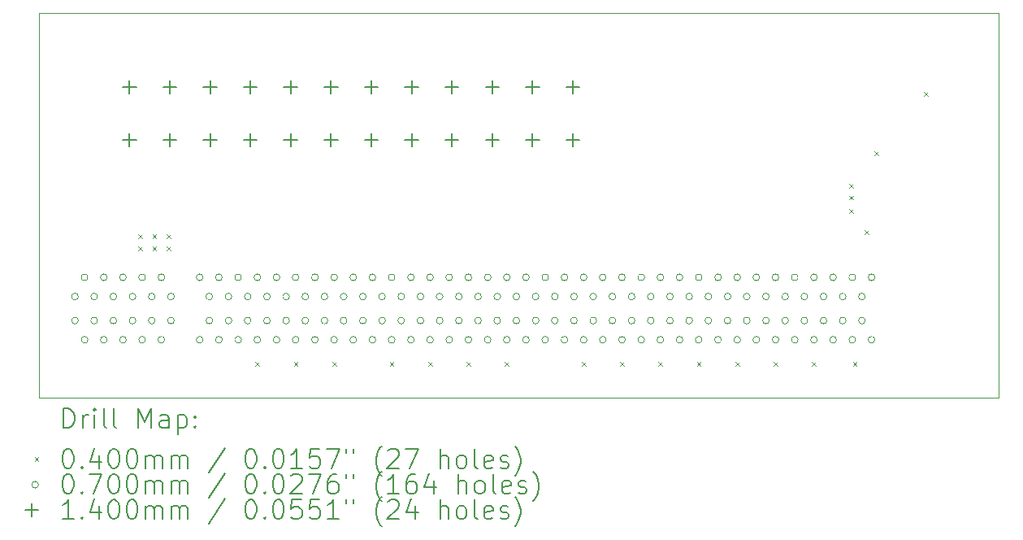
<source format=gbr>
%TF.GenerationSoftware,KiCad,Pcbnew,7.0.10*%
%TF.CreationDate,2024-01-15T21:07:05-07:00*%
%TF.ProjectId,RPI 5 PCIE,52504920-3520-4504-9349-452e6b696361,rev?*%
%TF.SameCoordinates,Original*%
%TF.FileFunction,Drillmap*%
%TF.FilePolarity,Positive*%
%FSLAX45Y45*%
G04 Gerber Fmt 4.5, Leading zero omitted, Abs format (unit mm)*
G04 Created by KiCad (PCBNEW 7.0.10) date 2024-01-15 21:07:05*
%MOMM*%
%LPD*%
G01*
G04 APERTURE LIST*
%ADD10C,0.100000*%
%ADD11C,0.200000*%
%ADD12C,0.140000*%
G04 APERTURE END LIST*
D10*
X9996937Y-8500000D02*
X19996937Y-8500000D01*
X19996937Y-12500000D01*
X9996937Y-12500000D01*
X9996937Y-8500000D01*
D11*
D10*
X11030000Y-10805000D02*
X11070000Y-10845000D01*
X11070000Y-10805000D02*
X11030000Y-10845000D01*
X11030000Y-10930000D02*
X11070000Y-10970000D01*
X11070000Y-10930000D02*
X11030000Y-10970000D01*
X11180000Y-10805000D02*
X11220000Y-10845000D01*
X11220000Y-10805000D02*
X11180000Y-10845000D01*
X11180000Y-10930000D02*
X11220000Y-10970000D01*
X11220000Y-10930000D02*
X11180000Y-10970000D01*
X11330000Y-10805000D02*
X11370000Y-10845000D01*
X11370000Y-10805000D02*
X11330000Y-10845000D01*
X11330000Y-10930000D02*
X11370000Y-10970000D01*
X11370000Y-10930000D02*
X11330000Y-10970000D01*
X12251936Y-12130000D02*
X12291936Y-12170000D01*
X12291936Y-12130000D02*
X12251936Y-12170000D01*
X12651936Y-12130000D02*
X12691936Y-12170000D01*
X12691936Y-12130000D02*
X12651936Y-12170000D01*
X13051936Y-12130000D02*
X13091936Y-12170000D01*
X13091936Y-12130000D02*
X13051936Y-12170000D01*
X13651936Y-12130000D02*
X13691936Y-12170000D01*
X13691936Y-12130000D02*
X13651936Y-12170000D01*
X14051936Y-12130000D02*
X14091936Y-12170000D01*
X14091936Y-12130000D02*
X14051936Y-12170000D01*
X14451936Y-12130000D02*
X14491936Y-12170000D01*
X14491936Y-12130000D02*
X14451936Y-12170000D01*
X14851936Y-12130000D02*
X14891936Y-12170000D01*
X14891936Y-12130000D02*
X14851936Y-12170000D01*
X15651936Y-12130000D02*
X15691936Y-12170000D01*
X15691936Y-12130000D02*
X15651936Y-12170000D01*
X16051936Y-12130000D02*
X16091936Y-12170000D01*
X16091936Y-12130000D02*
X16051936Y-12170000D01*
X16451936Y-12130000D02*
X16491936Y-12170000D01*
X16491936Y-12130000D02*
X16451936Y-12170000D01*
X16851937Y-12130000D02*
X16891937Y-12170000D01*
X16891937Y-12130000D02*
X16851937Y-12170000D01*
X17251937Y-12130000D02*
X17291937Y-12170000D01*
X17291937Y-12130000D02*
X17251937Y-12170000D01*
X17651937Y-12130000D02*
X17691937Y-12170000D01*
X17691937Y-12130000D02*
X17651937Y-12170000D01*
X18051937Y-12130000D02*
X18091937Y-12170000D01*
X18091937Y-12130000D02*
X18051937Y-12170000D01*
X18440000Y-10280000D02*
X18480000Y-10320000D01*
X18480000Y-10280000D02*
X18440000Y-10320000D01*
X18440000Y-10400000D02*
X18480000Y-10440000D01*
X18480000Y-10400000D02*
X18440000Y-10440000D01*
X18440000Y-10540000D02*
X18480000Y-10580000D01*
X18480000Y-10540000D02*
X18440000Y-10580000D01*
X18476937Y-12130000D02*
X18516937Y-12170000D01*
X18516937Y-12130000D02*
X18476937Y-12170000D01*
X18600000Y-10760000D02*
X18640000Y-10800000D01*
X18640000Y-10760000D02*
X18600000Y-10800000D01*
X18700000Y-9940000D02*
X18740000Y-9980000D01*
X18740000Y-9940000D02*
X18700000Y-9980000D01*
X19220000Y-9320000D02*
X19260000Y-9360000D01*
X19260000Y-9320000D02*
X19220000Y-9360000D01*
X10406937Y-11450000D02*
G75*
G03*
X10336937Y-11450000I-35000J0D01*
G01*
X10336937Y-11450000D02*
G75*
G03*
X10406937Y-11450000I35000J0D01*
G01*
X10406937Y-11700000D02*
G75*
G03*
X10336937Y-11700000I-35000J0D01*
G01*
X10336937Y-11700000D02*
G75*
G03*
X10406937Y-11700000I35000J0D01*
G01*
X10506937Y-11250000D02*
G75*
G03*
X10436937Y-11250000I-35000J0D01*
G01*
X10436937Y-11250000D02*
G75*
G03*
X10506937Y-11250000I35000J0D01*
G01*
X10506937Y-11900000D02*
G75*
G03*
X10436937Y-11900000I-35000J0D01*
G01*
X10436937Y-11900000D02*
G75*
G03*
X10506937Y-11900000I35000J0D01*
G01*
X10606937Y-11450000D02*
G75*
G03*
X10536937Y-11450000I-35000J0D01*
G01*
X10536937Y-11450000D02*
G75*
G03*
X10606937Y-11450000I35000J0D01*
G01*
X10606937Y-11700000D02*
G75*
G03*
X10536937Y-11700000I-35000J0D01*
G01*
X10536937Y-11700000D02*
G75*
G03*
X10606937Y-11700000I35000J0D01*
G01*
X10706937Y-11250000D02*
G75*
G03*
X10636937Y-11250000I-35000J0D01*
G01*
X10636937Y-11250000D02*
G75*
G03*
X10706937Y-11250000I35000J0D01*
G01*
X10706937Y-11900000D02*
G75*
G03*
X10636937Y-11900000I-35000J0D01*
G01*
X10636937Y-11900000D02*
G75*
G03*
X10706937Y-11900000I35000J0D01*
G01*
X10806937Y-11450000D02*
G75*
G03*
X10736937Y-11450000I-35000J0D01*
G01*
X10736937Y-11450000D02*
G75*
G03*
X10806937Y-11450000I35000J0D01*
G01*
X10806937Y-11700000D02*
G75*
G03*
X10736937Y-11700000I-35000J0D01*
G01*
X10736937Y-11700000D02*
G75*
G03*
X10806937Y-11700000I35000J0D01*
G01*
X10906937Y-11250000D02*
G75*
G03*
X10836937Y-11250000I-35000J0D01*
G01*
X10836937Y-11250000D02*
G75*
G03*
X10906937Y-11250000I35000J0D01*
G01*
X10906937Y-11900000D02*
G75*
G03*
X10836937Y-11900000I-35000J0D01*
G01*
X10836937Y-11900000D02*
G75*
G03*
X10906937Y-11900000I35000J0D01*
G01*
X11006937Y-11450000D02*
G75*
G03*
X10936937Y-11450000I-35000J0D01*
G01*
X10936937Y-11450000D02*
G75*
G03*
X11006937Y-11450000I35000J0D01*
G01*
X11006937Y-11700000D02*
G75*
G03*
X10936937Y-11700000I-35000J0D01*
G01*
X10936937Y-11700000D02*
G75*
G03*
X11006937Y-11700000I35000J0D01*
G01*
X11106937Y-11250000D02*
G75*
G03*
X11036937Y-11250000I-35000J0D01*
G01*
X11036937Y-11250000D02*
G75*
G03*
X11106937Y-11250000I35000J0D01*
G01*
X11106937Y-11900000D02*
G75*
G03*
X11036937Y-11900000I-35000J0D01*
G01*
X11036937Y-11900000D02*
G75*
G03*
X11106937Y-11900000I35000J0D01*
G01*
X11206936Y-11450000D02*
G75*
G03*
X11136937Y-11450000I-35000J0D01*
G01*
X11136937Y-11450000D02*
G75*
G03*
X11206936Y-11450000I35000J0D01*
G01*
X11206936Y-11700000D02*
G75*
G03*
X11136937Y-11700000I-35000J0D01*
G01*
X11136937Y-11700000D02*
G75*
G03*
X11206936Y-11700000I35000J0D01*
G01*
X11306936Y-11250000D02*
G75*
G03*
X11236936Y-11250000I-35000J0D01*
G01*
X11236936Y-11250000D02*
G75*
G03*
X11306936Y-11250000I35000J0D01*
G01*
X11306936Y-11900000D02*
G75*
G03*
X11236936Y-11900000I-35000J0D01*
G01*
X11236936Y-11900000D02*
G75*
G03*
X11306936Y-11900000I35000J0D01*
G01*
X11406936Y-11450000D02*
G75*
G03*
X11336936Y-11450000I-35000J0D01*
G01*
X11336936Y-11450000D02*
G75*
G03*
X11406936Y-11450000I35000J0D01*
G01*
X11406936Y-11700000D02*
G75*
G03*
X11336936Y-11700000I-35000J0D01*
G01*
X11336936Y-11700000D02*
G75*
G03*
X11406936Y-11700000I35000J0D01*
G01*
X11706936Y-11250000D02*
G75*
G03*
X11636936Y-11250000I-35000J0D01*
G01*
X11636936Y-11250000D02*
G75*
G03*
X11706936Y-11250000I35000J0D01*
G01*
X11706936Y-11900000D02*
G75*
G03*
X11636936Y-11900000I-35000J0D01*
G01*
X11636936Y-11900000D02*
G75*
G03*
X11706936Y-11900000I35000J0D01*
G01*
X11806936Y-11450000D02*
G75*
G03*
X11736936Y-11450000I-35000J0D01*
G01*
X11736936Y-11450000D02*
G75*
G03*
X11806936Y-11450000I35000J0D01*
G01*
X11806936Y-11700000D02*
G75*
G03*
X11736936Y-11700000I-35000J0D01*
G01*
X11736936Y-11700000D02*
G75*
G03*
X11806936Y-11700000I35000J0D01*
G01*
X11906936Y-11250000D02*
G75*
G03*
X11836936Y-11250000I-35000J0D01*
G01*
X11836936Y-11250000D02*
G75*
G03*
X11906936Y-11250000I35000J0D01*
G01*
X11906936Y-11900000D02*
G75*
G03*
X11836936Y-11900000I-35000J0D01*
G01*
X11836936Y-11900000D02*
G75*
G03*
X11906936Y-11900000I35000J0D01*
G01*
X12006936Y-11450000D02*
G75*
G03*
X11936936Y-11450000I-35000J0D01*
G01*
X11936936Y-11450000D02*
G75*
G03*
X12006936Y-11450000I35000J0D01*
G01*
X12006936Y-11700000D02*
G75*
G03*
X11936936Y-11700000I-35000J0D01*
G01*
X11936936Y-11700000D02*
G75*
G03*
X12006936Y-11700000I35000J0D01*
G01*
X12106936Y-11250000D02*
G75*
G03*
X12036936Y-11250000I-35000J0D01*
G01*
X12036936Y-11250000D02*
G75*
G03*
X12106936Y-11250000I35000J0D01*
G01*
X12106936Y-11900000D02*
G75*
G03*
X12036936Y-11900000I-35000J0D01*
G01*
X12036936Y-11900000D02*
G75*
G03*
X12106936Y-11900000I35000J0D01*
G01*
X12206936Y-11450000D02*
G75*
G03*
X12136936Y-11450000I-35000J0D01*
G01*
X12136936Y-11450000D02*
G75*
G03*
X12206936Y-11450000I35000J0D01*
G01*
X12206936Y-11700000D02*
G75*
G03*
X12136936Y-11700000I-35000J0D01*
G01*
X12136936Y-11700000D02*
G75*
G03*
X12206936Y-11700000I35000J0D01*
G01*
X12306936Y-11250000D02*
G75*
G03*
X12236936Y-11250000I-35000J0D01*
G01*
X12236936Y-11250000D02*
G75*
G03*
X12306936Y-11250000I35000J0D01*
G01*
X12306936Y-11900000D02*
G75*
G03*
X12236936Y-11900000I-35000J0D01*
G01*
X12236936Y-11900000D02*
G75*
G03*
X12306936Y-11900000I35000J0D01*
G01*
X12406936Y-11450000D02*
G75*
G03*
X12336936Y-11450000I-35000J0D01*
G01*
X12336936Y-11450000D02*
G75*
G03*
X12406936Y-11450000I35000J0D01*
G01*
X12406936Y-11700000D02*
G75*
G03*
X12336936Y-11700000I-35000J0D01*
G01*
X12336936Y-11700000D02*
G75*
G03*
X12406936Y-11700000I35000J0D01*
G01*
X12506936Y-11250000D02*
G75*
G03*
X12436936Y-11250000I-35000J0D01*
G01*
X12436936Y-11250000D02*
G75*
G03*
X12506936Y-11250000I35000J0D01*
G01*
X12506936Y-11900000D02*
G75*
G03*
X12436936Y-11900000I-35000J0D01*
G01*
X12436936Y-11900000D02*
G75*
G03*
X12506936Y-11900000I35000J0D01*
G01*
X12606936Y-11450000D02*
G75*
G03*
X12536936Y-11450000I-35000J0D01*
G01*
X12536936Y-11450000D02*
G75*
G03*
X12606936Y-11450000I35000J0D01*
G01*
X12606936Y-11700000D02*
G75*
G03*
X12536936Y-11700000I-35000J0D01*
G01*
X12536936Y-11700000D02*
G75*
G03*
X12606936Y-11700000I35000J0D01*
G01*
X12706936Y-11250000D02*
G75*
G03*
X12636936Y-11250000I-35000J0D01*
G01*
X12636936Y-11250000D02*
G75*
G03*
X12706936Y-11250000I35000J0D01*
G01*
X12706936Y-11900000D02*
G75*
G03*
X12636936Y-11900000I-35000J0D01*
G01*
X12636936Y-11900000D02*
G75*
G03*
X12706936Y-11900000I35000J0D01*
G01*
X12806936Y-11450000D02*
G75*
G03*
X12736936Y-11450000I-35000J0D01*
G01*
X12736936Y-11450000D02*
G75*
G03*
X12806936Y-11450000I35000J0D01*
G01*
X12806936Y-11700000D02*
G75*
G03*
X12736936Y-11700000I-35000J0D01*
G01*
X12736936Y-11700000D02*
G75*
G03*
X12806936Y-11700000I35000J0D01*
G01*
X12906936Y-11250000D02*
G75*
G03*
X12836936Y-11250000I-35000J0D01*
G01*
X12836936Y-11250000D02*
G75*
G03*
X12906936Y-11250000I35000J0D01*
G01*
X12906936Y-11900000D02*
G75*
G03*
X12836936Y-11900000I-35000J0D01*
G01*
X12836936Y-11900000D02*
G75*
G03*
X12906936Y-11900000I35000J0D01*
G01*
X13006936Y-11450000D02*
G75*
G03*
X12936936Y-11450000I-35000J0D01*
G01*
X12936936Y-11450000D02*
G75*
G03*
X13006936Y-11450000I35000J0D01*
G01*
X13006936Y-11700000D02*
G75*
G03*
X12936936Y-11700000I-35000J0D01*
G01*
X12936936Y-11700000D02*
G75*
G03*
X13006936Y-11700000I35000J0D01*
G01*
X13106936Y-11250000D02*
G75*
G03*
X13036936Y-11250000I-35000J0D01*
G01*
X13036936Y-11250000D02*
G75*
G03*
X13106936Y-11250000I35000J0D01*
G01*
X13106936Y-11900000D02*
G75*
G03*
X13036936Y-11900000I-35000J0D01*
G01*
X13036936Y-11900000D02*
G75*
G03*
X13106936Y-11900000I35000J0D01*
G01*
X13206936Y-11450000D02*
G75*
G03*
X13136936Y-11450000I-35000J0D01*
G01*
X13136936Y-11450000D02*
G75*
G03*
X13206936Y-11450000I35000J0D01*
G01*
X13206936Y-11700000D02*
G75*
G03*
X13136936Y-11700000I-35000J0D01*
G01*
X13136936Y-11700000D02*
G75*
G03*
X13206936Y-11700000I35000J0D01*
G01*
X13306936Y-11250000D02*
G75*
G03*
X13236936Y-11250000I-35000J0D01*
G01*
X13236936Y-11250000D02*
G75*
G03*
X13306936Y-11250000I35000J0D01*
G01*
X13306936Y-11900000D02*
G75*
G03*
X13236936Y-11900000I-35000J0D01*
G01*
X13236936Y-11900000D02*
G75*
G03*
X13306936Y-11900000I35000J0D01*
G01*
X13406936Y-11450000D02*
G75*
G03*
X13336936Y-11450000I-35000J0D01*
G01*
X13336936Y-11450000D02*
G75*
G03*
X13406936Y-11450000I35000J0D01*
G01*
X13406936Y-11700000D02*
G75*
G03*
X13336936Y-11700000I-35000J0D01*
G01*
X13336936Y-11700000D02*
G75*
G03*
X13406936Y-11700000I35000J0D01*
G01*
X13506936Y-11250000D02*
G75*
G03*
X13436936Y-11250000I-35000J0D01*
G01*
X13436936Y-11250000D02*
G75*
G03*
X13506936Y-11250000I35000J0D01*
G01*
X13506936Y-11900000D02*
G75*
G03*
X13436936Y-11900000I-35000J0D01*
G01*
X13436936Y-11900000D02*
G75*
G03*
X13506936Y-11900000I35000J0D01*
G01*
X13606936Y-11450000D02*
G75*
G03*
X13536936Y-11450000I-35000J0D01*
G01*
X13536936Y-11450000D02*
G75*
G03*
X13606936Y-11450000I35000J0D01*
G01*
X13606936Y-11700000D02*
G75*
G03*
X13536936Y-11700000I-35000J0D01*
G01*
X13536936Y-11700000D02*
G75*
G03*
X13606936Y-11700000I35000J0D01*
G01*
X13706936Y-11250000D02*
G75*
G03*
X13636936Y-11250000I-35000J0D01*
G01*
X13636936Y-11250000D02*
G75*
G03*
X13706936Y-11250000I35000J0D01*
G01*
X13706936Y-11900000D02*
G75*
G03*
X13636936Y-11900000I-35000J0D01*
G01*
X13636936Y-11900000D02*
G75*
G03*
X13706936Y-11900000I35000J0D01*
G01*
X13806936Y-11450000D02*
G75*
G03*
X13736936Y-11450000I-35000J0D01*
G01*
X13736936Y-11450000D02*
G75*
G03*
X13806936Y-11450000I35000J0D01*
G01*
X13806936Y-11700000D02*
G75*
G03*
X13736936Y-11700000I-35000J0D01*
G01*
X13736936Y-11700000D02*
G75*
G03*
X13806936Y-11700000I35000J0D01*
G01*
X13906936Y-11250000D02*
G75*
G03*
X13836936Y-11250000I-35000J0D01*
G01*
X13836936Y-11250000D02*
G75*
G03*
X13906936Y-11250000I35000J0D01*
G01*
X13906936Y-11900000D02*
G75*
G03*
X13836936Y-11900000I-35000J0D01*
G01*
X13836936Y-11900000D02*
G75*
G03*
X13906936Y-11900000I35000J0D01*
G01*
X14006936Y-11450000D02*
G75*
G03*
X13936936Y-11450000I-35000J0D01*
G01*
X13936936Y-11450000D02*
G75*
G03*
X14006936Y-11450000I35000J0D01*
G01*
X14006936Y-11700000D02*
G75*
G03*
X13936936Y-11700000I-35000J0D01*
G01*
X13936936Y-11700000D02*
G75*
G03*
X14006936Y-11700000I35000J0D01*
G01*
X14106936Y-11250000D02*
G75*
G03*
X14036936Y-11250000I-35000J0D01*
G01*
X14036936Y-11250000D02*
G75*
G03*
X14106936Y-11250000I35000J0D01*
G01*
X14106936Y-11900000D02*
G75*
G03*
X14036936Y-11900000I-35000J0D01*
G01*
X14036936Y-11900000D02*
G75*
G03*
X14106936Y-11900000I35000J0D01*
G01*
X14206936Y-11450000D02*
G75*
G03*
X14136936Y-11450000I-35000J0D01*
G01*
X14136936Y-11450000D02*
G75*
G03*
X14206936Y-11450000I35000J0D01*
G01*
X14206936Y-11700000D02*
G75*
G03*
X14136936Y-11700000I-35000J0D01*
G01*
X14136936Y-11700000D02*
G75*
G03*
X14206936Y-11700000I35000J0D01*
G01*
X14306936Y-11250000D02*
G75*
G03*
X14236936Y-11250000I-35000J0D01*
G01*
X14236936Y-11250000D02*
G75*
G03*
X14306936Y-11250000I35000J0D01*
G01*
X14306936Y-11900000D02*
G75*
G03*
X14236936Y-11900000I-35000J0D01*
G01*
X14236936Y-11900000D02*
G75*
G03*
X14306936Y-11900000I35000J0D01*
G01*
X14406936Y-11450000D02*
G75*
G03*
X14336936Y-11450000I-35000J0D01*
G01*
X14336936Y-11450000D02*
G75*
G03*
X14406936Y-11450000I35000J0D01*
G01*
X14406936Y-11700000D02*
G75*
G03*
X14336936Y-11700000I-35000J0D01*
G01*
X14336936Y-11700000D02*
G75*
G03*
X14406936Y-11700000I35000J0D01*
G01*
X14506936Y-11250000D02*
G75*
G03*
X14436936Y-11250000I-35000J0D01*
G01*
X14436936Y-11250000D02*
G75*
G03*
X14506936Y-11250000I35000J0D01*
G01*
X14506936Y-11900000D02*
G75*
G03*
X14436936Y-11900000I-35000J0D01*
G01*
X14436936Y-11900000D02*
G75*
G03*
X14506936Y-11900000I35000J0D01*
G01*
X14606936Y-11450000D02*
G75*
G03*
X14536936Y-11450000I-35000J0D01*
G01*
X14536936Y-11450000D02*
G75*
G03*
X14606936Y-11450000I35000J0D01*
G01*
X14606936Y-11700000D02*
G75*
G03*
X14536936Y-11700000I-35000J0D01*
G01*
X14536936Y-11700000D02*
G75*
G03*
X14606936Y-11700000I35000J0D01*
G01*
X14706936Y-11250000D02*
G75*
G03*
X14636936Y-11250000I-35000J0D01*
G01*
X14636936Y-11250000D02*
G75*
G03*
X14706936Y-11250000I35000J0D01*
G01*
X14706936Y-11900000D02*
G75*
G03*
X14636936Y-11900000I-35000J0D01*
G01*
X14636936Y-11900000D02*
G75*
G03*
X14706936Y-11900000I35000J0D01*
G01*
X14806936Y-11450000D02*
G75*
G03*
X14736936Y-11450000I-35000J0D01*
G01*
X14736936Y-11450000D02*
G75*
G03*
X14806936Y-11450000I35000J0D01*
G01*
X14806936Y-11700000D02*
G75*
G03*
X14736936Y-11700000I-35000J0D01*
G01*
X14736936Y-11700000D02*
G75*
G03*
X14806936Y-11700000I35000J0D01*
G01*
X14906936Y-11250000D02*
G75*
G03*
X14836936Y-11250000I-35000J0D01*
G01*
X14836936Y-11250000D02*
G75*
G03*
X14906936Y-11250000I35000J0D01*
G01*
X14906936Y-11900000D02*
G75*
G03*
X14836936Y-11900000I-35000J0D01*
G01*
X14836936Y-11900000D02*
G75*
G03*
X14906936Y-11900000I35000J0D01*
G01*
X15006936Y-11450000D02*
G75*
G03*
X14936936Y-11450000I-35000J0D01*
G01*
X14936936Y-11450000D02*
G75*
G03*
X15006936Y-11450000I35000J0D01*
G01*
X15006936Y-11700000D02*
G75*
G03*
X14936936Y-11700000I-35000J0D01*
G01*
X14936936Y-11700000D02*
G75*
G03*
X15006936Y-11700000I35000J0D01*
G01*
X15106936Y-11250000D02*
G75*
G03*
X15036936Y-11250000I-35000J0D01*
G01*
X15036936Y-11250000D02*
G75*
G03*
X15106936Y-11250000I35000J0D01*
G01*
X15106936Y-11900000D02*
G75*
G03*
X15036936Y-11900000I-35000J0D01*
G01*
X15036936Y-11900000D02*
G75*
G03*
X15106936Y-11900000I35000J0D01*
G01*
X15206936Y-11450000D02*
G75*
G03*
X15136936Y-11450000I-35000J0D01*
G01*
X15136936Y-11450000D02*
G75*
G03*
X15206936Y-11450000I35000J0D01*
G01*
X15206936Y-11700000D02*
G75*
G03*
X15136936Y-11700000I-35000J0D01*
G01*
X15136936Y-11700000D02*
G75*
G03*
X15206936Y-11700000I35000J0D01*
G01*
X15306936Y-11250000D02*
G75*
G03*
X15236936Y-11250000I-35000J0D01*
G01*
X15236936Y-11250000D02*
G75*
G03*
X15306936Y-11250000I35000J0D01*
G01*
X15306936Y-11900000D02*
G75*
G03*
X15236936Y-11900000I-35000J0D01*
G01*
X15236936Y-11900000D02*
G75*
G03*
X15306936Y-11900000I35000J0D01*
G01*
X15406936Y-11450000D02*
G75*
G03*
X15336936Y-11450000I-35000J0D01*
G01*
X15336936Y-11450000D02*
G75*
G03*
X15406936Y-11450000I35000J0D01*
G01*
X15406936Y-11700000D02*
G75*
G03*
X15336936Y-11700000I-35000J0D01*
G01*
X15336936Y-11700000D02*
G75*
G03*
X15406936Y-11700000I35000J0D01*
G01*
X15506936Y-11250000D02*
G75*
G03*
X15436936Y-11250000I-35000J0D01*
G01*
X15436936Y-11250000D02*
G75*
G03*
X15506936Y-11250000I35000J0D01*
G01*
X15506936Y-11900000D02*
G75*
G03*
X15436936Y-11900000I-35000J0D01*
G01*
X15436936Y-11900000D02*
G75*
G03*
X15506936Y-11900000I35000J0D01*
G01*
X15606936Y-11450000D02*
G75*
G03*
X15536936Y-11450000I-35000J0D01*
G01*
X15536936Y-11450000D02*
G75*
G03*
X15606936Y-11450000I35000J0D01*
G01*
X15606936Y-11700000D02*
G75*
G03*
X15536936Y-11700000I-35000J0D01*
G01*
X15536936Y-11700000D02*
G75*
G03*
X15606936Y-11700000I35000J0D01*
G01*
X15706936Y-11250000D02*
G75*
G03*
X15636936Y-11250000I-35000J0D01*
G01*
X15636936Y-11250000D02*
G75*
G03*
X15706936Y-11250000I35000J0D01*
G01*
X15706936Y-11900000D02*
G75*
G03*
X15636936Y-11900000I-35000J0D01*
G01*
X15636936Y-11900000D02*
G75*
G03*
X15706936Y-11900000I35000J0D01*
G01*
X15806936Y-11450000D02*
G75*
G03*
X15736936Y-11450000I-35000J0D01*
G01*
X15736936Y-11450000D02*
G75*
G03*
X15806936Y-11450000I35000J0D01*
G01*
X15806936Y-11700000D02*
G75*
G03*
X15736936Y-11700000I-35000J0D01*
G01*
X15736936Y-11700000D02*
G75*
G03*
X15806936Y-11700000I35000J0D01*
G01*
X15906936Y-11250000D02*
G75*
G03*
X15836936Y-11250000I-35000J0D01*
G01*
X15836936Y-11250000D02*
G75*
G03*
X15906936Y-11250000I35000J0D01*
G01*
X15906936Y-11900000D02*
G75*
G03*
X15836936Y-11900000I-35000J0D01*
G01*
X15836936Y-11900000D02*
G75*
G03*
X15906936Y-11900000I35000J0D01*
G01*
X16006936Y-11450000D02*
G75*
G03*
X15936936Y-11450000I-35000J0D01*
G01*
X15936936Y-11450000D02*
G75*
G03*
X16006936Y-11450000I35000J0D01*
G01*
X16006936Y-11700000D02*
G75*
G03*
X15936936Y-11700000I-35000J0D01*
G01*
X15936936Y-11700000D02*
G75*
G03*
X16006936Y-11700000I35000J0D01*
G01*
X16106936Y-11250000D02*
G75*
G03*
X16036936Y-11250000I-35000J0D01*
G01*
X16036936Y-11250000D02*
G75*
G03*
X16106936Y-11250000I35000J0D01*
G01*
X16106936Y-11900000D02*
G75*
G03*
X16036936Y-11900000I-35000J0D01*
G01*
X16036936Y-11900000D02*
G75*
G03*
X16106936Y-11900000I35000J0D01*
G01*
X16206936Y-11450000D02*
G75*
G03*
X16136936Y-11450000I-35000J0D01*
G01*
X16136936Y-11450000D02*
G75*
G03*
X16206936Y-11450000I35000J0D01*
G01*
X16206936Y-11700000D02*
G75*
G03*
X16136936Y-11700000I-35000J0D01*
G01*
X16136936Y-11700000D02*
G75*
G03*
X16206936Y-11700000I35000J0D01*
G01*
X16306936Y-11250000D02*
G75*
G03*
X16236936Y-11250000I-35000J0D01*
G01*
X16236936Y-11250000D02*
G75*
G03*
X16306936Y-11250000I35000J0D01*
G01*
X16306936Y-11900000D02*
G75*
G03*
X16236936Y-11900000I-35000J0D01*
G01*
X16236936Y-11900000D02*
G75*
G03*
X16306936Y-11900000I35000J0D01*
G01*
X16406936Y-11450000D02*
G75*
G03*
X16336936Y-11450000I-35000J0D01*
G01*
X16336936Y-11450000D02*
G75*
G03*
X16406936Y-11450000I35000J0D01*
G01*
X16406936Y-11700000D02*
G75*
G03*
X16336936Y-11700000I-35000J0D01*
G01*
X16336936Y-11700000D02*
G75*
G03*
X16406936Y-11700000I35000J0D01*
G01*
X16506936Y-11250000D02*
G75*
G03*
X16436936Y-11250000I-35000J0D01*
G01*
X16436936Y-11250000D02*
G75*
G03*
X16506936Y-11250000I35000J0D01*
G01*
X16506936Y-11900000D02*
G75*
G03*
X16436936Y-11900000I-35000J0D01*
G01*
X16436936Y-11900000D02*
G75*
G03*
X16506936Y-11900000I35000J0D01*
G01*
X16606936Y-11450000D02*
G75*
G03*
X16536936Y-11450000I-35000J0D01*
G01*
X16536936Y-11450000D02*
G75*
G03*
X16606936Y-11450000I35000J0D01*
G01*
X16606936Y-11700000D02*
G75*
G03*
X16536936Y-11700000I-35000J0D01*
G01*
X16536936Y-11700000D02*
G75*
G03*
X16606936Y-11700000I35000J0D01*
G01*
X16706936Y-11250000D02*
G75*
G03*
X16636936Y-11250000I-35000J0D01*
G01*
X16636936Y-11250000D02*
G75*
G03*
X16706936Y-11250000I35000J0D01*
G01*
X16706936Y-11900000D02*
G75*
G03*
X16636936Y-11900000I-35000J0D01*
G01*
X16636936Y-11900000D02*
G75*
G03*
X16706936Y-11900000I35000J0D01*
G01*
X16806937Y-11450000D02*
G75*
G03*
X16736936Y-11450000I-35000J0D01*
G01*
X16736936Y-11450000D02*
G75*
G03*
X16806937Y-11450000I35000J0D01*
G01*
X16806937Y-11700000D02*
G75*
G03*
X16736936Y-11700000I-35000J0D01*
G01*
X16736936Y-11700000D02*
G75*
G03*
X16806937Y-11700000I35000J0D01*
G01*
X16906937Y-11250000D02*
G75*
G03*
X16836937Y-11250000I-35000J0D01*
G01*
X16836937Y-11250000D02*
G75*
G03*
X16906937Y-11250000I35000J0D01*
G01*
X16906937Y-11900000D02*
G75*
G03*
X16836937Y-11900000I-35000J0D01*
G01*
X16836937Y-11900000D02*
G75*
G03*
X16906937Y-11900000I35000J0D01*
G01*
X17006937Y-11450000D02*
G75*
G03*
X16936937Y-11450000I-35000J0D01*
G01*
X16936937Y-11450000D02*
G75*
G03*
X17006937Y-11450000I35000J0D01*
G01*
X17006937Y-11700000D02*
G75*
G03*
X16936937Y-11700000I-35000J0D01*
G01*
X16936937Y-11700000D02*
G75*
G03*
X17006937Y-11700000I35000J0D01*
G01*
X17106937Y-11250000D02*
G75*
G03*
X17036937Y-11250000I-35000J0D01*
G01*
X17036937Y-11250000D02*
G75*
G03*
X17106937Y-11250000I35000J0D01*
G01*
X17106937Y-11900000D02*
G75*
G03*
X17036937Y-11900000I-35000J0D01*
G01*
X17036937Y-11900000D02*
G75*
G03*
X17106937Y-11900000I35000J0D01*
G01*
X17206937Y-11450000D02*
G75*
G03*
X17136937Y-11450000I-35000J0D01*
G01*
X17136937Y-11450000D02*
G75*
G03*
X17206937Y-11450000I35000J0D01*
G01*
X17206937Y-11700000D02*
G75*
G03*
X17136937Y-11700000I-35000J0D01*
G01*
X17136937Y-11700000D02*
G75*
G03*
X17206937Y-11700000I35000J0D01*
G01*
X17306937Y-11250000D02*
G75*
G03*
X17236937Y-11250000I-35000J0D01*
G01*
X17236937Y-11250000D02*
G75*
G03*
X17306937Y-11250000I35000J0D01*
G01*
X17306937Y-11900000D02*
G75*
G03*
X17236937Y-11900000I-35000J0D01*
G01*
X17236937Y-11900000D02*
G75*
G03*
X17306937Y-11900000I35000J0D01*
G01*
X17406937Y-11450000D02*
G75*
G03*
X17336937Y-11450000I-35000J0D01*
G01*
X17336937Y-11450000D02*
G75*
G03*
X17406937Y-11450000I35000J0D01*
G01*
X17406937Y-11700000D02*
G75*
G03*
X17336937Y-11700000I-35000J0D01*
G01*
X17336937Y-11700000D02*
G75*
G03*
X17406937Y-11700000I35000J0D01*
G01*
X17506937Y-11250000D02*
G75*
G03*
X17436937Y-11250000I-35000J0D01*
G01*
X17436937Y-11250000D02*
G75*
G03*
X17506937Y-11250000I35000J0D01*
G01*
X17506937Y-11900000D02*
G75*
G03*
X17436937Y-11900000I-35000J0D01*
G01*
X17436937Y-11900000D02*
G75*
G03*
X17506937Y-11900000I35000J0D01*
G01*
X17606937Y-11450000D02*
G75*
G03*
X17536937Y-11450000I-35000J0D01*
G01*
X17536937Y-11450000D02*
G75*
G03*
X17606937Y-11450000I35000J0D01*
G01*
X17606937Y-11700000D02*
G75*
G03*
X17536937Y-11700000I-35000J0D01*
G01*
X17536937Y-11700000D02*
G75*
G03*
X17606937Y-11700000I35000J0D01*
G01*
X17706937Y-11250000D02*
G75*
G03*
X17636937Y-11250000I-35000J0D01*
G01*
X17636937Y-11250000D02*
G75*
G03*
X17706937Y-11250000I35000J0D01*
G01*
X17706937Y-11900000D02*
G75*
G03*
X17636937Y-11900000I-35000J0D01*
G01*
X17636937Y-11900000D02*
G75*
G03*
X17706937Y-11900000I35000J0D01*
G01*
X17806937Y-11450000D02*
G75*
G03*
X17736937Y-11450000I-35000J0D01*
G01*
X17736937Y-11450000D02*
G75*
G03*
X17806937Y-11450000I35000J0D01*
G01*
X17806937Y-11700000D02*
G75*
G03*
X17736937Y-11700000I-35000J0D01*
G01*
X17736937Y-11700000D02*
G75*
G03*
X17806937Y-11700000I35000J0D01*
G01*
X17906937Y-11250000D02*
G75*
G03*
X17836937Y-11250000I-35000J0D01*
G01*
X17836937Y-11250000D02*
G75*
G03*
X17906937Y-11250000I35000J0D01*
G01*
X17906937Y-11900000D02*
G75*
G03*
X17836937Y-11900000I-35000J0D01*
G01*
X17836937Y-11900000D02*
G75*
G03*
X17906937Y-11900000I35000J0D01*
G01*
X18006937Y-11450000D02*
G75*
G03*
X17936937Y-11450000I-35000J0D01*
G01*
X17936937Y-11450000D02*
G75*
G03*
X18006937Y-11450000I35000J0D01*
G01*
X18006937Y-11700000D02*
G75*
G03*
X17936937Y-11700000I-35000J0D01*
G01*
X17936937Y-11700000D02*
G75*
G03*
X18006937Y-11700000I35000J0D01*
G01*
X18106937Y-11250000D02*
G75*
G03*
X18036937Y-11250000I-35000J0D01*
G01*
X18036937Y-11250000D02*
G75*
G03*
X18106937Y-11250000I35000J0D01*
G01*
X18106937Y-11900000D02*
G75*
G03*
X18036937Y-11900000I-35000J0D01*
G01*
X18036937Y-11900000D02*
G75*
G03*
X18106937Y-11900000I35000J0D01*
G01*
X18206937Y-11450000D02*
G75*
G03*
X18136937Y-11450000I-35000J0D01*
G01*
X18136937Y-11450000D02*
G75*
G03*
X18206937Y-11450000I35000J0D01*
G01*
X18206937Y-11700000D02*
G75*
G03*
X18136937Y-11700000I-35000J0D01*
G01*
X18136937Y-11700000D02*
G75*
G03*
X18206937Y-11700000I35000J0D01*
G01*
X18306937Y-11250000D02*
G75*
G03*
X18236937Y-11250000I-35000J0D01*
G01*
X18236937Y-11250000D02*
G75*
G03*
X18306937Y-11250000I35000J0D01*
G01*
X18306937Y-11900000D02*
G75*
G03*
X18236937Y-11900000I-35000J0D01*
G01*
X18236937Y-11900000D02*
G75*
G03*
X18306937Y-11900000I35000J0D01*
G01*
X18406937Y-11450000D02*
G75*
G03*
X18336937Y-11450000I-35000J0D01*
G01*
X18336937Y-11450000D02*
G75*
G03*
X18406937Y-11450000I35000J0D01*
G01*
X18406937Y-11700000D02*
G75*
G03*
X18336937Y-11700000I-35000J0D01*
G01*
X18336937Y-11700000D02*
G75*
G03*
X18406937Y-11700000I35000J0D01*
G01*
X18506937Y-11250000D02*
G75*
G03*
X18436937Y-11250000I-35000J0D01*
G01*
X18436937Y-11250000D02*
G75*
G03*
X18506937Y-11250000I35000J0D01*
G01*
X18506937Y-11900000D02*
G75*
G03*
X18436937Y-11900000I-35000J0D01*
G01*
X18436937Y-11900000D02*
G75*
G03*
X18506937Y-11900000I35000J0D01*
G01*
X18606937Y-11450000D02*
G75*
G03*
X18536937Y-11450000I-35000J0D01*
G01*
X18536937Y-11450000D02*
G75*
G03*
X18606937Y-11450000I35000J0D01*
G01*
X18606937Y-11700000D02*
G75*
G03*
X18536937Y-11700000I-35000J0D01*
G01*
X18536937Y-11700000D02*
G75*
G03*
X18606937Y-11700000I35000J0D01*
G01*
X18706937Y-11250000D02*
G75*
G03*
X18636937Y-11250000I-35000J0D01*
G01*
X18636937Y-11250000D02*
G75*
G03*
X18706937Y-11250000I35000J0D01*
G01*
X18706937Y-11900000D02*
G75*
G03*
X18636937Y-11900000I-35000J0D01*
G01*
X18636937Y-11900000D02*
G75*
G03*
X18706937Y-11900000I35000J0D01*
G01*
D12*
X10940000Y-9200000D02*
X10940000Y-9340000D01*
X10870000Y-9270000D02*
X11010000Y-9270000D01*
X10940000Y-9750000D02*
X10940000Y-9890000D01*
X10870000Y-9820000D02*
X11010000Y-9820000D01*
X11360000Y-9200000D02*
X11360000Y-9340000D01*
X11290000Y-9270000D02*
X11430000Y-9270000D01*
X11360000Y-9750000D02*
X11360000Y-9890000D01*
X11290000Y-9820000D02*
X11430000Y-9820000D01*
X11780000Y-9200000D02*
X11780000Y-9340000D01*
X11710000Y-9270000D02*
X11850000Y-9270000D01*
X11780000Y-9750000D02*
X11780000Y-9890000D01*
X11710000Y-9820000D02*
X11850000Y-9820000D01*
X12200000Y-9200000D02*
X12200000Y-9340000D01*
X12130000Y-9270000D02*
X12270000Y-9270000D01*
X12200000Y-9750000D02*
X12200000Y-9890000D01*
X12130000Y-9820000D02*
X12270000Y-9820000D01*
X12620000Y-9200000D02*
X12620000Y-9340000D01*
X12550000Y-9270000D02*
X12690000Y-9270000D01*
X12620000Y-9750000D02*
X12620000Y-9890000D01*
X12550000Y-9820000D02*
X12690000Y-9820000D01*
X13040000Y-9200000D02*
X13040000Y-9340000D01*
X12970000Y-9270000D02*
X13110000Y-9270000D01*
X13040000Y-9750000D02*
X13040000Y-9890000D01*
X12970000Y-9820000D02*
X13110000Y-9820000D01*
X13460000Y-9200000D02*
X13460000Y-9340000D01*
X13390000Y-9270000D02*
X13530000Y-9270000D01*
X13460000Y-9750000D02*
X13460000Y-9890000D01*
X13390000Y-9820000D02*
X13530000Y-9820000D01*
X13880000Y-9200000D02*
X13880000Y-9340000D01*
X13810000Y-9270000D02*
X13950000Y-9270000D01*
X13880000Y-9750000D02*
X13880000Y-9890000D01*
X13810000Y-9820000D02*
X13950000Y-9820000D01*
X14300000Y-9200000D02*
X14300000Y-9340000D01*
X14230000Y-9270000D02*
X14370000Y-9270000D01*
X14300000Y-9750000D02*
X14300000Y-9890000D01*
X14230000Y-9820000D02*
X14370000Y-9820000D01*
X14720000Y-9200000D02*
X14720000Y-9340000D01*
X14650000Y-9270000D02*
X14790000Y-9270000D01*
X14720000Y-9750000D02*
X14720000Y-9890000D01*
X14650000Y-9820000D02*
X14790000Y-9820000D01*
X15140000Y-9200000D02*
X15140000Y-9340000D01*
X15070000Y-9270000D02*
X15210000Y-9270000D01*
X15140000Y-9750000D02*
X15140000Y-9890000D01*
X15070000Y-9820000D02*
X15210000Y-9820000D01*
X15560000Y-9200000D02*
X15560000Y-9340000D01*
X15490000Y-9270000D02*
X15630000Y-9270000D01*
X15560000Y-9750000D02*
X15560000Y-9890000D01*
X15490000Y-9820000D02*
X15630000Y-9820000D01*
D11*
X10252713Y-12816484D02*
X10252713Y-12616484D01*
X10252713Y-12616484D02*
X10300332Y-12616484D01*
X10300332Y-12616484D02*
X10328904Y-12626008D01*
X10328904Y-12626008D02*
X10347951Y-12645055D01*
X10347951Y-12645055D02*
X10357475Y-12664103D01*
X10357475Y-12664103D02*
X10366999Y-12702198D01*
X10366999Y-12702198D02*
X10366999Y-12730769D01*
X10366999Y-12730769D02*
X10357475Y-12768865D01*
X10357475Y-12768865D02*
X10347951Y-12787912D01*
X10347951Y-12787912D02*
X10328904Y-12806960D01*
X10328904Y-12806960D02*
X10300332Y-12816484D01*
X10300332Y-12816484D02*
X10252713Y-12816484D01*
X10452713Y-12816484D02*
X10452713Y-12683150D01*
X10452713Y-12721246D02*
X10462237Y-12702198D01*
X10462237Y-12702198D02*
X10471761Y-12692674D01*
X10471761Y-12692674D02*
X10490809Y-12683150D01*
X10490809Y-12683150D02*
X10509856Y-12683150D01*
X10576523Y-12816484D02*
X10576523Y-12683150D01*
X10576523Y-12616484D02*
X10566999Y-12626008D01*
X10566999Y-12626008D02*
X10576523Y-12635531D01*
X10576523Y-12635531D02*
X10586047Y-12626008D01*
X10586047Y-12626008D02*
X10576523Y-12616484D01*
X10576523Y-12616484D02*
X10576523Y-12635531D01*
X10700332Y-12816484D02*
X10681285Y-12806960D01*
X10681285Y-12806960D02*
X10671761Y-12787912D01*
X10671761Y-12787912D02*
X10671761Y-12616484D01*
X10805094Y-12816484D02*
X10786047Y-12806960D01*
X10786047Y-12806960D02*
X10776523Y-12787912D01*
X10776523Y-12787912D02*
X10776523Y-12616484D01*
X11033666Y-12816484D02*
X11033666Y-12616484D01*
X11033666Y-12616484D02*
X11100332Y-12759341D01*
X11100332Y-12759341D02*
X11166999Y-12616484D01*
X11166999Y-12616484D02*
X11166999Y-12816484D01*
X11347951Y-12816484D02*
X11347951Y-12711722D01*
X11347951Y-12711722D02*
X11338428Y-12692674D01*
X11338428Y-12692674D02*
X11319380Y-12683150D01*
X11319380Y-12683150D02*
X11281285Y-12683150D01*
X11281285Y-12683150D02*
X11262237Y-12692674D01*
X11347951Y-12806960D02*
X11328904Y-12816484D01*
X11328904Y-12816484D02*
X11281285Y-12816484D01*
X11281285Y-12816484D02*
X11262237Y-12806960D01*
X11262237Y-12806960D02*
X11252713Y-12787912D01*
X11252713Y-12787912D02*
X11252713Y-12768865D01*
X11252713Y-12768865D02*
X11262237Y-12749817D01*
X11262237Y-12749817D02*
X11281285Y-12740293D01*
X11281285Y-12740293D02*
X11328904Y-12740293D01*
X11328904Y-12740293D02*
X11347951Y-12730769D01*
X11443189Y-12683150D02*
X11443189Y-12883150D01*
X11443189Y-12692674D02*
X11462237Y-12683150D01*
X11462237Y-12683150D02*
X11500332Y-12683150D01*
X11500332Y-12683150D02*
X11519380Y-12692674D01*
X11519380Y-12692674D02*
X11528904Y-12702198D01*
X11528904Y-12702198D02*
X11538428Y-12721246D01*
X11538428Y-12721246D02*
X11538428Y-12778388D01*
X11538428Y-12778388D02*
X11528904Y-12797436D01*
X11528904Y-12797436D02*
X11519380Y-12806960D01*
X11519380Y-12806960D02*
X11500332Y-12816484D01*
X11500332Y-12816484D02*
X11462237Y-12816484D01*
X11462237Y-12816484D02*
X11443189Y-12806960D01*
X11624142Y-12797436D02*
X11633666Y-12806960D01*
X11633666Y-12806960D02*
X11624142Y-12816484D01*
X11624142Y-12816484D02*
X11614618Y-12806960D01*
X11614618Y-12806960D02*
X11624142Y-12797436D01*
X11624142Y-12797436D02*
X11624142Y-12816484D01*
X11624142Y-12692674D02*
X11633666Y-12702198D01*
X11633666Y-12702198D02*
X11624142Y-12711722D01*
X11624142Y-12711722D02*
X11614618Y-12702198D01*
X11614618Y-12702198D02*
X11624142Y-12692674D01*
X11624142Y-12692674D02*
X11624142Y-12711722D01*
D10*
X9951937Y-13125000D02*
X9991937Y-13165000D01*
X9991937Y-13125000D02*
X9951937Y-13165000D01*
D11*
X10290809Y-13036484D02*
X10309856Y-13036484D01*
X10309856Y-13036484D02*
X10328904Y-13046008D01*
X10328904Y-13046008D02*
X10338428Y-13055531D01*
X10338428Y-13055531D02*
X10347951Y-13074579D01*
X10347951Y-13074579D02*
X10357475Y-13112674D01*
X10357475Y-13112674D02*
X10357475Y-13160293D01*
X10357475Y-13160293D02*
X10347951Y-13198388D01*
X10347951Y-13198388D02*
X10338428Y-13217436D01*
X10338428Y-13217436D02*
X10328904Y-13226960D01*
X10328904Y-13226960D02*
X10309856Y-13236484D01*
X10309856Y-13236484D02*
X10290809Y-13236484D01*
X10290809Y-13236484D02*
X10271761Y-13226960D01*
X10271761Y-13226960D02*
X10262237Y-13217436D01*
X10262237Y-13217436D02*
X10252713Y-13198388D01*
X10252713Y-13198388D02*
X10243190Y-13160293D01*
X10243190Y-13160293D02*
X10243190Y-13112674D01*
X10243190Y-13112674D02*
X10252713Y-13074579D01*
X10252713Y-13074579D02*
X10262237Y-13055531D01*
X10262237Y-13055531D02*
X10271761Y-13046008D01*
X10271761Y-13046008D02*
X10290809Y-13036484D01*
X10443190Y-13217436D02*
X10452713Y-13226960D01*
X10452713Y-13226960D02*
X10443190Y-13236484D01*
X10443190Y-13236484D02*
X10433666Y-13226960D01*
X10433666Y-13226960D02*
X10443190Y-13217436D01*
X10443190Y-13217436D02*
X10443190Y-13236484D01*
X10624142Y-13103150D02*
X10624142Y-13236484D01*
X10576523Y-13026960D02*
X10528904Y-13169817D01*
X10528904Y-13169817D02*
X10652713Y-13169817D01*
X10766999Y-13036484D02*
X10786047Y-13036484D01*
X10786047Y-13036484D02*
X10805094Y-13046008D01*
X10805094Y-13046008D02*
X10814618Y-13055531D01*
X10814618Y-13055531D02*
X10824142Y-13074579D01*
X10824142Y-13074579D02*
X10833666Y-13112674D01*
X10833666Y-13112674D02*
X10833666Y-13160293D01*
X10833666Y-13160293D02*
X10824142Y-13198388D01*
X10824142Y-13198388D02*
X10814618Y-13217436D01*
X10814618Y-13217436D02*
X10805094Y-13226960D01*
X10805094Y-13226960D02*
X10786047Y-13236484D01*
X10786047Y-13236484D02*
X10766999Y-13236484D01*
X10766999Y-13236484D02*
X10747951Y-13226960D01*
X10747951Y-13226960D02*
X10738428Y-13217436D01*
X10738428Y-13217436D02*
X10728904Y-13198388D01*
X10728904Y-13198388D02*
X10719380Y-13160293D01*
X10719380Y-13160293D02*
X10719380Y-13112674D01*
X10719380Y-13112674D02*
X10728904Y-13074579D01*
X10728904Y-13074579D02*
X10738428Y-13055531D01*
X10738428Y-13055531D02*
X10747951Y-13046008D01*
X10747951Y-13046008D02*
X10766999Y-13036484D01*
X10957475Y-13036484D02*
X10976523Y-13036484D01*
X10976523Y-13036484D02*
X10995571Y-13046008D01*
X10995571Y-13046008D02*
X11005094Y-13055531D01*
X11005094Y-13055531D02*
X11014618Y-13074579D01*
X11014618Y-13074579D02*
X11024142Y-13112674D01*
X11024142Y-13112674D02*
X11024142Y-13160293D01*
X11024142Y-13160293D02*
X11014618Y-13198388D01*
X11014618Y-13198388D02*
X11005094Y-13217436D01*
X11005094Y-13217436D02*
X10995571Y-13226960D01*
X10995571Y-13226960D02*
X10976523Y-13236484D01*
X10976523Y-13236484D02*
X10957475Y-13236484D01*
X10957475Y-13236484D02*
X10938428Y-13226960D01*
X10938428Y-13226960D02*
X10928904Y-13217436D01*
X10928904Y-13217436D02*
X10919380Y-13198388D01*
X10919380Y-13198388D02*
X10909856Y-13160293D01*
X10909856Y-13160293D02*
X10909856Y-13112674D01*
X10909856Y-13112674D02*
X10919380Y-13074579D01*
X10919380Y-13074579D02*
X10928904Y-13055531D01*
X10928904Y-13055531D02*
X10938428Y-13046008D01*
X10938428Y-13046008D02*
X10957475Y-13036484D01*
X11109856Y-13236484D02*
X11109856Y-13103150D01*
X11109856Y-13122198D02*
X11119380Y-13112674D01*
X11119380Y-13112674D02*
X11138428Y-13103150D01*
X11138428Y-13103150D02*
X11166999Y-13103150D01*
X11166999Y-13103150D02*
X11186047Y-13112674D01*
X11186047Y-13112674D02*
X11195570Y-13131722D01*
X11195570Y-13131722D02*
X11195570Y-13236484D01*
X11195570Y-13131722D02*
X11205094Y-13112674D01*
X11205094Y-13112674D02*
X11224142Y-13103150D01*
X11224142Y-13103150D02*
X11252713Y-13103150D01*
X11252713Y-13103150D02*
X11271761Y-13112674D01*
X11271761Y-13112674D02*
X11281285Y-13131722D01*
X11281285Y-13131722D02*
X11281285Y-13236484D01*
X11376523Y-13236484D02*
X11376523Y-13103150D01*
X11376523Y-13122198D02*
X11386047Y-13112674D01*
X11386047Y-13112674D02*
X11405094Y-13103150D01*
X11405094Y-13103150D02*
X11433666Y-13103150D01*
X11433666Y-13103150D02*
X11452713Y-13112674D01*
X11452713Y-13112674D02*
X11462237Y-13131722D01*
X11462237Y-13131722D02*
X11462237Y-13236484D01*
X11462237Y-13131722D02*
X11471761Y-13112674D01*
X11471761Y-13112674D02*
X11490809Y-13103150D01*
X11490809Y-13103150D02*
X11519380Y-13103150D01*
X11519380Y-13103150D02*
X11538428Y-13112674D01*
X11538428Y-13112674D02*
X11547951Y-13131722D01*
X11547951Y-13131722D02*
X11547951Y-13236484D01*
X11938428Y-13026960D02*
X11766999Y-13284103D01*
X12195571Y-13036484D02*
X12214618Y-13036484D01*
X12214618Y-13036484D02*
X12233666Y-13046008D01*
X12233666Y-13046008D02*
X12243190Y-13055531D01*
X12243190Y-13055531D02*
X12252713Y-13074579D01*
X12252713Y-13074579D02*
X12262237Y-13112674D01*
X12262237Y-13112674D02*
X12262237Y-13160293D01*
X12262237Y-13160293D02*
X12252713Y-13198388D01*
X12252713Y-13198388D02*
X12243190Y-13217436D01*
X12243190Y-13217436D02*
X12233666Y-13226960D01*
X12233666Y-13226960D02*
X12214618Y-13236484D01*
X12214618Y-13236484D02*
X12195571Y-13236484D01*
X12195571Y-13236484D02*
X12176523Y-13226960D01*
X12176523Y-13226960D02*
X12166999Y-13217436D01*
X12166999Y-13217436D02*
X12157475Y-13198388D01*
X12157475Y-13198388D02*
X12147952Y-13160293D01*
X12147952Y-13160293D02*
X12147952Y-13112674D01*
X12147952Y-13112674D02*
X12157475Y-13074579D01*
X12157475Y-13074579D02*
X12166999Y-13055531D01*
X12166999Y-13055531D02*
X12176523Y-13046008D01*
X12176523Y-13046008D02*
X12195571Y-13036484D01*
X12347952Y-13217436D02*
X12357475Y-13226960D01*
X12357475Y-13226960D02*
X12347952Y-13236484D01*
X12347952Y-13236484D02*
X12338428Y-13226960D01*
X12338428Y-13226960D02*
X12347952Y-13217436D01*
X12347952Y-13217436D02*
X12347952Y-13236484D01*
X12481285Y-13036484D02*
X12500333Y-13036484D01*
X12500333Y-13036484D02*
X12519380Y-13046008D01*
X12519380Y-13046008D02*
X12528904Y-13055531D01*
X12528904Y-13055531D02*
X12538428Y-13074579D01*
X12538428Y-13074579D02*
X12547952Y-13112674D01*
X12547952Y-13112674D02*
X12547952Y-13160293D01*
X12547952Y-13160293D02*
X12538428Y-13198388D01*
X12538428Y-13198388D02*
X12528904Y-13217436D01*
X12528904Y-13217436D02*
X12519380Y-13226960D01*
X12519380Y-13226960D02*
X12500333Y-13236484D01*
X12500333Y-13236484D02*
X12481285Y-13236484D01*
X12481285Y-13236484D02*
X12462237Y-13226960D01*
X12462237Y-13226960D02*
X12452713Y-13217436D01*
X12452713Y-13217436D02*
X12443190Y-13198388D01*
X12443190Y-13198388D02*
X12433666Y-13160293D01*
X12433666Y-13160293D02*
X12433666Y-13112674D01*
X12433666Y-13112674D02*
X12443190Y-13074579D01*
X12443190Y-13074579D02*
X12452713Y-13055531D01*
X12452713Y-13055531D02*
X12462237Y-13046008D01*
X12462237Y-13046008D02*
X12481285Y-13036484D01*
X12738428Y-13236484D02*
X12624142Y-13236484D01*
X12681285Y-13236484D02*
X12681285Y-13036484D01*
X12681285Y-13036484D02*
X12662237Y-13065055D01*
X12662237Y-13065055D02*
X12643190Y-13084103D01*
X12643190Y-13084103D02*
X12624142Y-13093627D01*
X12919380Y-13036484D02*
X12824142Y-13036484D01*
X12824142Y-13036484D02*
X12814618Y-13131722D01*
X12814618Y-13131722D02*
X12824142Y-13122198D01*
X12824142Y-13122198D02*
X12843190Y-13112674D01*
X12843190Y-13112674D02*
X12890809Y-13112674D01*
X12890809Y-13112674D02*
X12909856Y-13122198D01*
X12909856Y-13122198D02*
X12919380Y-13131722D01*
X12919380Y-13131722D02*
X12928904Y-13150769D01*
X12928904Y-13150769D02*
X12928904Y-13198388D01*
X12928904Y-13198388D02*
X12919380Y-13217436D01*
X12919380Y-13217436D02*
X12909856Y-13226960D01*
X12909856Y-13226960D02*
X12890809Y-13236484D01*
X12890809Y-13236484D02*
X12843190Y-13236484D01*
X12843190Y-13236484D02*
X12824142Y-13226960D01*
X12824142Y-13226960D02*
X12814618Y-13217436D01*
X12995571Y-13036484D02*
X13128904Y-13036484D01*
X13128904Y-13036484D02*
X13043190Y-13236484D01*
X13195571Y-13036484D02*
X13195571Y-13074579D01*
X13271761Y-13036484D02*
X13271761Y-13074579D01*
X13566999Y-13312674D02*
X13557475Y-13303150D01*
X13557475Y-13303150D02*
X13538428Y-13274579D01*
X13538428Y-13274579D02*
X13528904Y-13255531D01*
X13528904Y-13255531D02*
X13519380Y-13226960D01*
X13519380Y-13226960D02*
X13509856Y-13179341D01*
X13509856Y-13179341D02*
X13509856Y-13141246D01*
X13509856Y-13141246D02*
X13519380Y-13093627D01*
X13519380Y-13093627D02*
X13528904Y-13065055D01*
X13528904Y-13065055D02*
X13538428Y-13046008D01*
X13538428Y-13046008D02*
X13557475Y-13017436D01*
X13557475Y-13017436D02*
X13566999Y-13007912D01*
X13633666Y-13055531D02*
X13643190Y-13046008D01*
X13643190Y-13046008D02*
X13662237Y-13036484D01*
X13662237Y-13036484D02*
X13709856Y-13036484D01*
X13709856Y-13036484D02*
X13728904Y-13046008D01*
X13728904Y-13046008D02*
X13738428Y-13055531D01*
X13738428Y-13055531D02*
X13747952Y-13074579D01*
X13747952Y-13074579D02*
X13747952Y-13093627D01*
X13747952Y-13093627D02*
X13738428Y-13122198D01*
X13738428Y-13122198D02*
X13624142Y-13236484D01*
X13624142Y-13236484D02*
X13747952Y-13236484D01*
X13814618Y-13036484D02*
X13947952Y-13036484D01*
X13947952Y-13036484D02*
X13862237Y-13236484D01*
X14176523Y-13236484D02*
X14176523Y-13036484D01*
X14262237Y-13236484D02*
X14262237Y-13131722D01*
X14262237Y-13131722D02*
X14252714Y-13112674D01*
X14252714Y-13112674D02*
X14233666Y-13103150D01*
X14233666Y-13103150D02*
X14205095Y-13103150D01*
X14205095Y-13103150D02*
X14186047Y-13112674D01*
X14186047Y-13112674D02*
X14176523Y-13122198D01*
X14386047Y-13236484D02*
X14366999Y-13226960D01*
X14366999Y-13226960D02*
X14357476Y-13217436D01*
X14357476Y-13217436D02*
X14347952Y-13198388D01*
X14347952Y-13198388D02*
X14347952Y-13141246D01*
X14347952Y-13141246D02*
X14357476Y-13122198D01*
X14357476Y-13122198D02*
X14366999Y-13112674D01*
X14366999Y-13112674D02*
X14386047Y-13103150D01*
X14386047Y-13103150D02*
X14414618Y-13103150D01*
X14414618Y-13103150D02*
X14433666Y-13112674D01*
X14433666Y-13112674D02*
X14443190Y-13122198D01*
X14443190Y-13122198D02*
X14452714Y-13141246D01*
X14452714Y-13141246D02*
X14452714Y-13198388D01*
X14452714Y-13198388D02*
X14443190Y-13217436D01*
X14443190Y-13217436D02*
X14433666Y-13226960D01*
X14433666Y-13226960D02*
X14414618Y-13236484D01*
X14414618Y-13236484D02*
X14386047Y-13236484D01*
X14566999Y-13236484D02*
X14547952Y-13226960D01*
X14547952Y-13226960D02*
X14538428Y-13207912D01*
X14538428Y-13207912D02*
X14538428Y-13036484D01*
X14719380Y-13226960D02*
X14700333Y-13236484D01*
X14700333Y-13236484D02*
X14662237Y-13236484D01*
X14662237Y-13236484D02*
X14643190Y-13226960D01*
X14643190Y-13226960D02*
X14633666Y-13207912D01*
X14633666Y-13207912D02*
X14633666Y-13131722D01*
X14633666Y-13131722D02*
X14643190Y-13112674D01*
X14643190Y-13112674D02*
X14662237Y-13103150D01*
X14662237Y-13103150D02*
X14700333Y-13103150D01*
X14700333Y-13103150D02*
X14719380Y-13112674D01*
X14719380Y-13112674D02*
X14728904Y-13131722D01*
X14728904Y-13131722D02*
X14728904Y-13150769D01*
X14728904Y-13150769D02*
X14633666Y-13169817D01*
X14805095Y-13226960D02*
X14824142Y-13236484D01*
X14824142Y-13236484D02*
X14862237Y-13236484D01*
X14862237Y-13236484D02*
X14881285Y-13226960D01*
X14881285Y-13226960D02*
X14890809Y-13207912D01*
X14890809Y-13207912D02*
X14890809Y-13198388D01*
X14890809Y-13198388D02*
X14881285Y-13179341D01*
X14881285Y-13179341D02*
X14862237Y-13169817D01*
X14862237Y-13169817D02*
X14833666Y-13169817D01*
X14833666Y-13169817D02*
X14814618Y-13160293D01*
X14814618Y-13160293D02*
X14805095Y-13141246D01*
X14805095Y-13141246D02*
X14805095Y-13131722D01*
X14805095Y-13131722D02*
X14814618Y-13112674D01*
X14814618Y-13112674D02*
X14833666Y-13103150D01*
X14833666Y-13103150D02*
X14862237Y-13103150D01*
X14862237Y-13103150D02*
X14881285Y-13112674D01*
X14957476Y-13312674D02*
X14966999Y-13303150D01*
X14966999Y-13303150D02*
X14986047Y-13274579D01*
X14986047Y-13274579D02*
X14995571Y-13255531D01*
X14995571Y-13255531D02*
X15005095Y-13226960D01*
X15005095Y-13226960D02*
X15014618Y-13179341D01*
X15014618Y-13179341D02*
X15014618Y-13141246D01*
X15014618Y-13141246D02*
X15005095Y-13093627D01*
X15005095Y-13093627D02*
X14995571Y-13065055D01*
X14995571Y-13065055D02*
X14986047Y-13046008D01*
X14986047Y-13046008D02*
X14966999Y-13017436D01*
X14966999Y-13017436D02*
X14957476Y-13007912D01*
D10*
X9991937Y-13409000D02*
G75*
G03*
X9921937Y-13409000I-35000J0D01*
G01*
X9921937Y-13409000D02*
G75*
G03*
X9991937Y-13409000I35000J0D01*
G01*
D11*
X10290809Y-13300484D02*
X10309856Y-13300484D01*
X10309856Y-13300484D02*
X10328904Y-13310008D01*
X10328904Y-13310008D02*
X10338428Y-13319531D01*
X10338428Y-13319531D02*
X10347951Y-13338579D01*
X10347951Y-13338579D02*
X10357475Y-13376674D01*
X10357475Y-13376674D02*
X10357475Y-13424293D01*
X10357475Y-13424293D02*
X10347951Y-13462388D01*
X10347951Y-13462388D02*
X10338428Y-13481436D01*
X10338428Y-13481436D02*
X10328904Y-13490960D01*
X10328904Y-13490960D02*
X10309856Y-13500484D01*
X10309856Y-13500484D02*
X10290809Y-13500484D01*
X10290809Y-13500484D02*
X10271761Y-13490960D01*
X10271761Y-13490960D02*
X10262237Y-13481436D01*
X10262237Y-13481436D02*
X10252713Y-13462388D01*
X10252713Y-13462388D02*
X10243190Y-13424293D01*
X10243190Y-13424293D02*
X10243190Y-13376674D01*
X10243190Y-13376674D02*
X10252713Y-13338579D01*
X10252713Y-13338579D02*
X10262237Y-13319531D01*
X10262237Y-13319531D02*
X10271761Y-13310008D01*
X10271761Y-13310008D02*
X10290809Y-13300484D01*
X10443190Y-13481436D02*
X10452713Y-13490960D01*
X10452713Y-13490960D02*
X10443190Y-13500484D01*
X10443190Y-13500484D02*
X10433666Y-13490960D01*
X10433666Y-13490960D02*
X10443190Y-13481436D01*
X10443190Y-13481436D02*
X10443190Y-13500484D01*
X10519380Y-13300484D02*
X10652713Y-13300484D01*
X10652713Y-13300484D02*
X10566999Y-13500484D01*
X10766999Y-13300484D02*
X10786047Y-13300484D01*
X10786047Y-13300484D02*
X10805094Y-13310008D01*
X10805094Y-13310008D02*
X10814618Y-13319531D01*
X10814618Y-13319531D02*
X10824142Y-13338579D01*
X10824142Y-13338579D02*
X10833666Y-13376674D01*
X10833666Y-13376674D02*
X10833666Y-13424293D01*
X10833666Y-13424293D02*
X10824142Y-13462388D01*
X10824142Y-13462388D02*
X10814618Y-13481436D01*
X10814618Y-13481436D02*
X10805094Y-13490960D01*
X10805094Y-13490960D02*
X10786047Y-13500484D01*
X10786047Y-13500484D02*
X10766999Y-13500484D01*
X10766999Y-13500484D02*
X10747951Y-13490960D01*
X10747951Y-13490960D02*
X10738428Y-13481436D01*
X10738428Y-13481436D02*
X10728904Y-13462388D01*
X10728904Y-13462388D02*
X10719380Y-13424293D01*
X10719380Y-13424293D02*
X10719380Y-13376674D01*
X10719380Y-13376674D02*
X10728904Y-13338579D01*
X10728904Y-13338579D02*
X10738428Y-13319531D01*
X10738428Y-13319531D02*
X10747951Y-13310008D01*
X10747951Y-13310008D02*
X10766999Y-13300484D01*
X10957475Y-13300484D02*
X10976523Y-13300484D01*
X10976523Y-13300484D02*
X10995571Y-13310008D01*
X10995571Y-13310008D02*
X11005094Y-13319531D01*
X11005094Y-13319531D02*
X11014618Y-13338579D01*
X11014618Y-13338579D02*
X11024142Y-13376674D01*
X11024142Y-13376674D02*
X11024142Y-13424293D01*
X11024142Y-13424293D02*
X11014618Y-13462388D01*
X11014618Y-13462388D02*
X11005094Y-13481436D01*
X11005094Y-13481436D02*
X10995571Y-13490960D01*
X10995571Y-13490960D02*
X10976523Y-13500484D01*
X10976523Y-13500484D02*
X10957475Y-13500484D01*
X10957475Y-13500484D02*
X10938428Y-13490960D01*
X10938428Y-13490960D02*
X10928904Y-13481436D01*
X10928904Y-13481436D02*
X10919380Y-13462388D01*
X10919380Y-13462388D02*
X10909856Y-13424293D01*
X10909856Y-13424293D02*
X10909856Y-13376674D01*
X10909856Y-13376674D02*
X10919380Y-13338579D01*
X10919380Y-13338579D02*
X10928904Y-13319531D01*
X10928904Y-13319531D02*
X10938428Y-13310008D01*
X10938428Y-13310008D02*
X10957475Y-13300484D01*
X11109856Y-13500484D02*
X11109856Y-13367150D01*
X11109856Y-13386198D02*
X11119380Y-13376674D01*
X11119380Y-13376674D02*
X11138428Y-13367150D01*
X11138428Y-13367150D02*
X11166999Y-13367150D01*
X11166999Y-13367150D02*
X11186047Y-13376674D01*
X11186047Y-13376674D02*
X11195570Y-13395722D01*
X11195570Y-13395722D02*
X11195570Y-13500484D01*
X11195570Y-13395722D02*
X11205094Y-13376674D01*
X11205094Y-13376674D02*
X11224142Y-13367150D01*
X11224142Y-13367150D02*
X11252713Y-13367150D01*
X11252713Y-13367150D02*
X11271761Y-13376674D01*
X11271761Y-13376674D02*
X11281285Y-13395722D01*
X11281285Y-13395722D02*
X11281285Y-13500484D01*
X11376523Y-13500484D02*
X11376523Y-13367150D01*
X11376523Y-13386198D02*
X11386047Y-13376674D01*
X11386047Y-13376674D02*
X11405094Y-13367150D01*
X11405094Y-13367150D02*
X11433666Y-13367150D01*
X11433666Y-13367150D02*
X11452713Y-13376674D01*
X11452713Y-13376674D02*
X11462237Y-13395722D01*
X11462237Y-13395722D02*
X11462237Y-13500484D01*
X11462237Y-13395722D02*
X11471761Y-13376674D01*
X11471761Y-13376674D02*
X11490809Y-13367150D01*
X11490809Y-13367150D02*
X11519380Y-13367150D01*
X11519380Y-13367150D02*
X11538428Y-13376674D01*
X11538428Y-13376674D02*
X11547951Y-13395722D01*
X11547951Y-13395722D02*
X11547951Y-13500484D01*
X11938428Y-13290960D02*
X11766999Y-13548103D01*
X12195571Y-13300484D02*
X12214618Y-13300484D01*
X12214618Y-13300484D02*
X12233666Y-13310008D01*
X12233666Y-13310008D02*
X12243190Y-13319531D01*
X12243190Y-13319531D02*
X12252713Y-13338579D01*
X12252713Y-13338579D02*
X12262237Y-13376674D01*
X12262237Y-13376674D02*
X12262237Y-13424293D01*
X12262237Y-13424293D02*
X12252713Y-13462388D01*
X12252713Y-13462388D02*
X12243190Y-13481436D01*
X12243190Y-13481436D02*
X12233666Y-13490960D01*
X12233666Y-13490960D02*
X12214618Y-13500484D01*
X12214618Y-13500484D02*
X12195571Y-13500484D01*
X12195571Y-13500484D02*
X12176523Y-13490960D01*
X12176523Y-13490960D02*
X12166999Y-13481436D01*
X12166999Y-13481436D02*
X12157475Y-13462388D01*
X12157475Y-13462388D02*
X12147952Y-13424293D01*
X12147952Y-13424293D02*
X12147952Y-13376674D01*
X12147952Y-13376674D02*
X12157475Y-13338579D01*
X12157475Y-13338579D02*
X12166999Y-13319531D01*
X12166999Y-13319531D02*
X12176523Y-13310008D01*
X12176523Y-13310008D02*
X12195571Y-13300484D01*
X12347952Y-13481436D02*
X12357475Y-13490960D01*
X12357475Y-13490960D02*
X12347952Y-13500484D01*
X12347952Y-13500484D02*
X12338428Y-13490960D01*
X12338428Y-13490960D02*
X12347952Y-13481436D01*
X12347952Y-13481436D02*
X12347952Y-13500484D01*
X12481285Y-13300484D02*
X12500333Y-13300484D01*
X12500333Y-13300484D02*
X12519380Y-13310008D01*
X12519380Y-13310008D02*
X12528904Y-13319531D01*
X12528904Y-13319531D02*
X12538428Y-13338579D01*
X12538428Y-13338579D02*
X12547952Y-13376674D01*
X12547952Y-13376674D02*
X12547952Y-13424293D01*
X12547952Y-13424293D02*
X12538428Y-13462388D01*
X12538428Y-13462388D02*
X12528904Y-13481436D01*
X12528904Y-13481436D02*
X12519380Y-13490960D01*
X12519380Y-13490960D02*
X12500333Y-13500484D01*
X12500333Y-13500484D02*
X12481285Y-13500484D01*
X12481285Y-13500484D02*
X12462237Y-13490960D01*
X12462237Y-13490960D02*
X12452713Y-13481436D01*
X12452713Y-13481436D02*
X12443190Y-13462388D01*
X12443190Y-13462388D02*
X12433666Y-13424293D01*
X12433666Y-13424293D02*
X12433666Y-13376674D01*
X12433666Y-13376674D02*
X12443190Y-13338579D01*
X12443190Y-13338579D02*
X12452713Y-13319531D01*
X12452713Y-13319531D02*
X12462237Y-13310008D01*
X12462237Y-13310008D02*
X12481285Y-13300484D01*
X12624142Y-13319531D02*
X12633666Y-13310008D01*
X12633666Y-13310008D02*
X12652713Y-13300484D01*
X12652713Y-13300484D02*
X12700333Y-13300484D01*
X12700333Y-13300484D02*
X12719380Y-13310008D01*
X12719380Y-13310008D02*
X12728904Y-13319531D01*
X12728904Y-13319531D02*
X12738428Y-13338579D01*
X12738428Y-13338579D02*
X12738428Y-13357627D01*
X12738428Y-13357627D02*
X12728904Y-13386198D01*
X12728904Y-13386198D02*
X12614618Y-13500484D01*
X12614618Y-13500484D02*
X12738428Y-13500484D01*
X12805094Y-13300484D02*
X12938428Y-13300484D01*
X12938428Y-13300484D02*
X12852713Y-13500484D01*
X13100333Y-13300484D02*
X13062237Y-13300484D01*
X13062237Y-13300484D02*
X13043190Y-13310008D01*
X13043190Y-13310008D02*
X13033666Y-13319531D01*
X13033666Y-13319531D02*
X13014618Y-13348103D01*
X13014618Y-13348103D02*
X13005094Y-13386198D01*
X13005094Y-13386198D02*
X13005094Y-13462388D01*
X13005094Y-13462388D02*
X13014618Y-13481436D01*
X13014618Y-13481436D02*
X13024142Y-13490960D01*
X13024142Y-13490960D02*
X13043190Y-13500484D01*
X13043190Y-13500484D02*
X13081285Y-13500484D01*
X13081285Y-13500484D02*
X13100333Y-13490960D01*
X13100333Y-13490960D02*
X13109856Y-13481436D01*
X13109856Y-13481436D02*
X13119380Y-13462388D01*
X13119380Y-13462388D02*
X13119380Y-13414769D01*
X13119380Y-13414769D02*
X13109856Y-13395722D01*
X13109856Y-13395722D02*
X13100333Y-13386198D01*
X13100333Y-13386198D02*
X13081285Y-13376674D01*
X13081285Y-13376674D02*
X13043190Y-13376674D01*
X13043190Y-13376674D02*
X13024142Y-13386198D01*
X13024142Y-13386198D02*
X13014618Y-13395722D01*
X13014618Y-13395722D02*
X13005094Y-13414769D01*
X13195571Y-13300484D02*
X13195571Y-13338579D01*
X13271761Y-13300484D02*
X13271761Y-13338579D01*
X13566999Y-13576674D02*
X13557475Y-13567150D01*
X13557475Y-13567150D02*
X13538428Y-13538579D01*
X13538428Y-13538579D02*
X13528904Y-13519531D01*
X13528904Y-13519531D02*
X13519380Y-13490960D01*
X13519380Y-13490960D02*
X13509856Y-13443341D01*
X13509856Y-13443341D02*
X13509856Y-13405246D01*
X13509856Y-13405246D02*
X13519380Y-13357627D01*
X13519380Y-13357627D02*
X13528904Y-13329055D01*
X13528904Y-13329055D02*
X13538428Y-13310008D01*
X13538428Y-13310008D02*
X13557475Y-13281436D01*
X13557475Y-13281436D02*
X13566999Y-13271912D01*
X13747952Y-13500484D02*
X13633666Y-13500484D01*
X13690809Y-13500484D02*
X13690809Y-13300484D01*
X13690809Y-13300484D02*
X13671761Y-13329055D01*
X13671761Y-13329055D02*
X13652714Y-13348103D01*
X13652714Y-13348103D02*
X13633666Y-13357627D01*
X13919380Y-13300484D02*
X13881285Y-13300484D01*
X13881285Y-13300484D02*
X13862237Y-13310008D01*
X13862237Y-13310008D02*
X13852714Y-13319531D01*
X13852714Y-13319531D02*
X13833666Y-13348103D01*
X13833666Y-13348103D02*
X13824142Y-13386198D01*
X13824142Y-13386198D02*
X13824142Y-13462388D01*
X13824142Y-13462388D02*
X13833666Y-13481436D01*
X13833666Y-13481436D02*
X13843190Y-13490960D01*
X13843190Y-13490960D02*
X13862237Y-13500484D01*
X13862237Y-13500484D02*
X13900333Y-13500484D01*
X13900333Y-13500484D02*
X13919380Y-13490960D01*
X13919380Y-13490960D02*
X13928904Y-13481436D01*
X13928904Y-13481436D02*
X13938428Y-13462388D01*
X13938428Y-13462388D02*
X13938428Y-13414769D01*
X13938428Y-13414769D02*
X13928904Y-13395722D01*
X13928904Y-13395722D02*
X13919380Y-13386198D01*
X13919380Y-13386198D02*
X13900333Y-13376674D01*
X13900333Y-13376674D02*
X13862237Y-13376674D01*
X13862237Y-13376674D02*
X13843190Y-13386198D01*
X13843190Y-13386198D02*
X13833666Y-13395722D01*
X13833666Y-13395722D02*
X13824142Y-13414769D01*
X14109856Y-13367150D02*
X14109856Y-13500484D01*
X14062237Y-13290960D02*
X14014618Y-13433817D01*
X14014618Y-13433817D02*
X14138428Y-13433817D01*
X14366999Y-13500484D02*
X14366999Y-13300484D01*
X14452714Y-13500484D02*
X14452714Y-13395722D01*
X14452714Y-13395722D02*
X14443190Y-13376674D01*
X14443190Y-13376674D02*
X14424142Y-13367150D01*
X14424142Y-13367150D02*
X14395571Y-13367150D01*
X14395571Y-13367150D02*
X14376523Y-13376674D01*
X14376523Y-13376674D02*
X14366999Y-13386198D01*
X14576523Y-13500484D02*
X14557476Y-13490960D01*
X14557476Y-13490960D02*
X14547952Y-13481436D01*
X14547952Y-13481436D02*
X14538428Y-13462388D01*
X14538428Y-13462388D02*
X14538428Y-13405246D01*
X14538428Y-13405246D02*
X14547952Y-13386198D01*
X14547952Y-13386198D02*
X14557476Y-13376674D01*
X14557476Y-13376674D02*
X14576523Y-13367150D01*
X14576523Y-13367150D02*
X14605095Y-13367150D01*
X14605095Y-13367150D02*
X14624142Y-13376674D01*
X14624142Y-13376674D02*
X14633666Y-13386198D01*
X14633666Y-13386198D02*
X14643190Y-13405246D01*
X14643190Y-13405246D02*
X14643190Y-13462388D01*
X14643190Y-13462388D02*
X14633666Y-13481436D01*
X14633666Y-13481436D02*
X14624142Y-13490960D01*
X14624142Y-13490960D02*
X14605095Y-13500484D01*
X14605095Y-13500484D02*
X14576523Y-13500484D01*
X14757476Y-13500484D02*
X14738428Y-13490960D01*
X14738428Y-13490960D02*
X14728904Y-13471912D01*
X14728904Y-13471912D02*
X14728904Y-13300484D01*
X14909857Y-13490960D02*
X14890809Y-13500484D01*
X14890809Y-13500484D02*
X14852714Y-13500484D01*
X14852714Y-13500484D02*
X14833666Y-13490960D01*
X14833666Y-13490960D02*
X14824142Y-13471912D01*
X14824142Y-13471912D02*
X14824142Y-13395722D01*
X14824142Y-13395722D02*
X14833666Y-13376674D01*
X14833666Y-13376674D02*
X14852714Y-13367150D01*
X14852714Y-13367150D02*
X14890809Y-13367150D01*
X14890809Y-13367150D02*
X14909857Y-13376674D01*
X14909857Y-13376674D02*
X14919380Y-13395722D01*
X14919380Y-13395722D02*
X14919380Y-13414769D01*
X14919380Y-13414769D02*
X14824142Y-13433817D01*
X14995571Y-13490960D02*
X15014618Y-13500484D01*
X15014618Y-13500484D02*
X15052714Y-13500484D01*
X15052714Y-13500484D02*
X15071761Y-13490960D01*
X15071761Y-13490960D02*
X15081285Y-13471912D01*
X15081285Y-13471912D02*
X15081285Y-13462388D01*
X15081285Y-13462388D02*
X15071761Y-13443341D01*
X15071761Y-13443341D02*
X15052714Y-13433817D01*
X15052714Y-13433817D02*
X15024142Y-13433817D01*
X15024142Y-13433817D02*
X15005095Y-13424293D01*
X15005095Y-13424293D02*
X14995571Y-13405246D01*
X14995571Y-13405246D02*
X14995571Y-13395722D01*
X14995571Y-13395722D02*
X15005095Y-13376674D01*
X15005095Y-13376674D02*
X15024142Y-13367150D01*
X15024142Y-13367150D02*
X15052714Y-13367150D01*
X15052714Y-13367150D02*
X15071761Y-13376674D01*
X15147952Y-13576674D02*
X15157476Y-13567150D01*
X15157476Y-13567150D02*
X15176523Y-13538579D01*
X15176523Y-13538579D02*
X15186047Y-13519531D01*
X15186047Y-13519531D02*
X15195571Y-13490960D01*
X15195571Y-13490960D02*
X15205095Y-13443341D01*
X15205095Y-13443341D02*
X15205095Y-13405246D01*
X15205095Y-13405246D02*
X15195571Y-13357627D01*
X15195571Y-13357627D02*
X15186047Y-13329055D01*
X15186047Y-13329055D02*
X15176523Y-13310008D01*
X15176523Y-13310008D02*
X15157476Y-13281436D01*
X15157476Y-13281436D02*
X15147952Y-13271912D01*
D12*
X9921937Y-13603000D02*
X9921937Y-13743000D01*
X9851937Y-13673000D02*
X9991937Y-13673000D01*
D11*
X10357475Y-13764484D02*
X10243190Y-13764484D01*
X10300332Y-13764484D02*
X10300332Y-13564484D01*
X10300332Y-13564484D02*
X10281285Y-13593055D01*
X10281285Y-13593055D02*
X10262237Y-13612103D01*
X10262237Y-13612103D02*
X10243190Y-13621627D01*
X10443190Y-13745436D02*
X10452713Y-13754960D01*
X10452713Y-13754960D02*
X10443190Y-13764484D01*
X10443190Y-13764484D02*
X10433666Y-13754960D01*
X10433666Y-13754960D02*
X10443190Y-13745436D01*
X10443190Y-13745436D02*
X10443190Y-13764484D01*
X10624142Y-13631150D02*
X10624142Y-13764484D01*
X10576523Y-13554960D02*
X10528904Y-13697817D01*
X10528904Y-13697817D02*
X10652713Y-13697817D01*
X10766999Y-13564484D02*
X10786047Y-13564484D01*
X10786047Y-13564484D02*
X10805094Y-13574008D01*
X10805094Y-13574008D02*
X10814618Y-13583531D01*
X10814618Y-13583531D02*
X10824142Y-13602579D01*
X10824142Y-13602579D02*
X10833666Y-13640674D01*
X10833666Y-13640674D02*
X10833666Y-13688293D01*
X10833666Y-13688293D02*
X10824142Y-13726388D01*
X10824142Y-13726388D02*
X10814618Y-13745436D01*
X10814618Y-13745436D02*
X10805094Y-13754960D01*
X10805094Y-13754960D02*
X10786047Y-13764484D01*
X10786047Y-13764484D02*
X10766999Y-13764484D01*
X10766999Y-13764484D02*
X10747951Y-13754960D01*
X10747951Y-13754960D02*
X10738428Y-13745436D01*
X10738428Y-13745436D02*
X10728904Y-13726388D01*
X10728904Y-13726388D02*
X10719380Y-13688293D01*
X10719380Y-13688293D02*
X10719380Y-13640674D01*
X10719380Y-13640674D02*
X10728904Y-13602579D01*
X10728904Y-13602579D02*
X10738428Y-13583531D01*
X10738428Y-13583531D02*
X10747951Y-13574008D01*
X10747951Y-13574008D02*
X10766999Y-13564484D01*
X10957475Y-13564484D02*
X10976523Y-13564484D01*
X10976523Y-13564484D02*
X10995571Y-13574008D01*
X10995571Y-13574008D02*
X11005094Y-13583531D01*
X11005094Y-13583531D02*
X11014618Y-13602579D01*
X11014618Y-13602579D02*
X11024142Y-13640674D01*
X11024142Y-13640674D02*
X11024142Y-13688293D01*
X11024142Y-13688293D02*
X11014618Y-13726388D01*
X11014618Y-13726388D02*
X11005094Y-13745436D01*
X11005094Y-13745436D02*
X10995571Y-13754960D01*
X10995571Y-13754960D02*
X10976523Y-13764484D01*
X10976523Y-13764484D02*
X10957475Y-13764484D01*
X10957475Y-13764484D02*
X10938428Y-13754960D01*
X10938428Y-13754960D02*
X10928904Y-13745436D01*
X10928904Y-13745436D02*
X10919380Y-13726388D01*
X10919380Y-13726388D02*
X10909856Y-13688293D01*
X10909856Y-13688293D02*
X10909856Y-13640674D01*
X10909856Y-13640674D02*
X10919380Y-13602579D01*
X10919380Y-13602579D02*
X10928904Y-13583531D01*
X10928904Y-13583531D02*
X10938428Y-13574008D01*
X10938428Y-13574008D02*
X10957475Y-13564484D01*
X11109856Y-13764484D02*
X11109856Y-13631150D01*
X11109856Y-13650198D02*
X11119380Y-13640674D01*
X11119380Y-13640674D02*
X11138428Y-13631150D01*
X11138428Y-13631150D02*
X11166999Y-13631150D01*
X11166999Y-13631150D02*
X11186047Y-13640674D01*
X11186047Y-13640674D02*
X11195570Y-13659722D01*
X11195570Y-13659722D02*
X11195570Y-13764484D01*
X11195570Y-13659722D02*
X11205094Y-13640674D01*
X11205094Y-13640674D02*
X11224142Y-13631150D01*
X11224142Y-13631150D02*
X11252713Y-13631150D01*
X11252713Y-13631150D02*
X11271761Y-13640674D01*
X11271761Y-13640674D02*
X11281285Y-13659722D01*
X11281285Y-13659722D02*
X11281285Y-13764484D01*
X11376523Y-13764484D02*
X11376523Y-13631150D01*
X11376523Y-13650198D02*
X11386047Y-13640674D01*
X11386047Y-13640674D02*
X11405094Y-13631150D01*
X11405094Y-13631150D02*
X11433666Y-13631150D01*
X11433666Y-13631150D02*
X11452713Y-13640674D01*
X11452713Y-13640674D02*
X11462237Y-13659722D01*
X11462237Y-13659722D02*
X11462237Y-13764484D01*
X11462237Y-13659722D02*
X11471761Y-13640674D01*
X11471761Y-13640674D02*
X11490809Y-13631150D01*
X11490809Y-13631150D02*
X11519380Y-13631150D01*
X11519380Y-13631150D02*
X11538428Y-13640674D01*
X11538428Y-13640674D02*
X11547951Y-13659722D01*
X11547951Y-13659722D02*
X11547951Y-13764484D01*
X11938428Y-13554960D02*
X11766999Y-13812103D01*
X12195571Y-13564484D02*
X12214618Y-13564484D01*
X12214618Y-13564484D02*
X12233666Y-13574008D01*
X12233666Y-13574008D02*
X12243190Y-13583531D01*
X12243190Y-13583531D02*
X12252713Y-13602579D01*
X12252713Y-13602579D02*
X12262237Y-13640674D01*
X12262237Y-13640674D02*
X12262237Y-13688293D01*
X12262237Y-13688293D02*
X12252713Y-13726388D01*
X12252713Y-13726388D02*
X12243190Y-13745436D01*
X12243190Y-13745436D02*
X12233666Y-13754960D01*
X12233666Y-13754960D02*
X12214618Y-13764484D01*
X12214618Y-13764484D02*
X12195571Y-13764484D01*
X12195571Y-13764484D02*
X12176523Y-13754960D01*
X12176523Y-13754960D02*
X12166999Y-13745436D01*
X12166999Y-13745436D02*
X12157475Y-13726388D01*
X12157475Y-13726388D02*
X12147952Y-13688293D01*
X12147952Y-13688293D02*
X12147952Y-13640674D01*
X12147952Y-13640674D02*
X12157475Y-13602579D01*
X12157475Y-13602579D02*
X12166999Y-13583531D01*
X12166999Y-13583531D02*
X12176523Y-13574008D01*
X12176523Y-13574008D02*
X12195571Y-13564484D01*
X12347952Y-13745436D02*
X12357475Y-13754960D01*
X12357475Y-13754960D02*
X12347952Y-13764484D01*
X12347952Y-13764484D02*
X12338428Y-13754960D01*
X12338428Y-13754960D02*
X12347952Y-13745436D01*
X12347952Y-13745436D02*
X12347952Y-13764484D01*
X12481285Y-13564484D02*
X12500333Y-13564484D01*
X12500333Y-13564484D02*
X12519380Y-13574008D01*
X12519380Y-13574008D02*
X12528904Y-13583531D01*
X12528904Y-13583531D02*
X12538428Y-13602579D01*
X12538428Y-13602579D02*
X12547952Y-13640674D01*
X12547952Y-13640674D02*
X12547952Y-13688293D01*
X12547952Y-13688293D02*
X12538428Y-13726388D01*
X12538428Y-13726388D02*
X12528904Y-13745436D01*
X12528904Y-13745436D02*
X12519380Y-13754960D01*
X12519380Y-13754960D02*
X12500333Y-13764484D01*
X12500333Y-13764484D02*
X12481285Y-13764484D01*
X12481285Y-13764484D02*
X12462237Y-13754960D01*
X12462237Y-13754960D02*
X12452713Y-13745436D01*
X12452713Y-13745436D02*
X12443190Y-13726388D01*
X12443190Y-13726388D02*
X12433666Y-13688293D01*
X12433666Y-13688293D02*
X12433666Y-13640674D01*
X12433666Y-13640674D02*
X12443190Y-13602579D01*
X12443190Y-13602579D02*
X12452713Y-13583531D01*
X12452713Y-13583531D02*
X12462237Y-13574008D01*
X12462237Y-13574008D02*
X12481285Y-13564484D01*
X12728904Y-13564484D02*
X12633666Y-13564484D01*
X12633666Y-13564484D02*
X12624142Y-13659722D01*
X12624142Y-13659722D02*
X12633666Y-13650198D01*
X12633666Y-13650198D02*
X12652713Y-13640674D01*
X12652713Y-13640674D02*
X12700333Y-13640674D01*
X12700333Y-13640674D02*
X12719380Y-13650198D01*
X12719380Y-13650198D02*
X12728904Y-13659722D01*
X12728904Y-13659722D02*
X12738428Y-13678769D01*
X12738428Y-13678769D02*
X12738428Y-13726388D01*
X12738428Y-13726388D02*
X12728904Y-13745436D01*
X12728904Y-13745436D02*
X12719380Y-13754960D01*
X12719380Y-13754960D02*
X12700333Y-13764484D01*
X12700333Y-13764484D02*
X12652713Y-13764484D01*
X12652713Y-13764484D02*
X12633666Y-13754960D01*
X12633666Y-13754960D02*
X12624142Y-13745436D01*
X12919380Y-13564484D02*
X12824142Y-13564484D01*
X12824142Y-13564484D02*
X12814618Y-13659722D01*
X12814618Y-13659722D02*
X12824142Y-13650198D01*
X12824142Y-13650198D02*
X12843190Y-13640674D01*
X12843190Y-13640674D02*
X12890809Y-13640674D01*
X12890809Y-13640674D02*
X12909856Y-13650198D01*
X12909856Y-13650198D02*
X12919380Y-13659722D01*
X12919380Y-13659722D02*
X12928904Y-13678769D01*
X12928904Y-13678769D02*
X12928904Y-13726388D01*
X12928904Y-13726388D02*
X12919380Y-13745436D01*
X12919380Y-13745436D02*
X12909856Y-13754960D01*
X12909856Y-13754960D02*
X12890809Y-13764484D01*
X12890809Y-13764484D02*
X12843190Y-13764484D01*
X12843190Y-13764484D02*
X12824142Y-13754960D01*
X12824142Y-13754960D02*
X12814618Y-13745436D01*
X13119380Y-13764484D02*
X13005094Y-13764484D01*
X13062237Y-13764484D02*
X13062237Y-13564484D01*
X13062237Y-13564484D02*
X13043190Y-13593055D01*
X13043190Y-13593055D02*
X13024142Y-13612103D01*
X13024142Y-13612103D02*
X13005094Y-13621627D01*
X13195571Y-13564484D02*
X13195571Y-13602579D01*
X13271761Y-13564484D02*
X13271761Y-13602579D01*
X13566999Y-13840674D02*
X13557475Y-13831150D01*
X13557475Y-13831150D02*
X13538428Y-13802579D01*
X13538428Y-13802579D02*
X13528904Y-13783531D01*
X13528904Y-13783531D02*
X13519380Y-13754960D01*
X13519380Y-13754960D02*
X13509856Y-13707341D01*
X13509856Y-13707341D02*
X13509856Y-13669246D01*
X13509856Y-13669246D02*
X13519380Y-13621627D01*
X13519380Y-13621627D02*
X13528904Y-13593055D01*
X13528904Y-13593055D02*
X13538428Y-13574008D01*
X13538428Y-13574008D02*
X13557475Y-13545436D01*
X13557475Y-13545436D02*
X13566999Y-13535912D01*
X13633666Y-13583531D02*
X13643190Y-13574008D01*
X13643190Y-13574008D02*
X13662237Y-13564484D01*
X13662237Y-13564484D02*
X13709856Y-13564484D01*
X13709856Y-13564484D02*
X13728904Y-13574008D01*
X13728904Y-13574008D02*
X13738428Y-13583531D01*
X13738428Y-13583531D02*
X13747952Y-13602579D01*
X13747952Y-13602579D02*
X13747952Y-13621627D01*
X13747952Y-13621627D02*
X13738428Y-13650198D01*
X13738428Y-13650198D02*
X13624142Y-13764484D01*
X13624142Y-13764484D02*
X13747952Y-13764484D01*
X13919380Y-13631150D02*
X13919380Y-13764484D01*
X13871761Y-13554960D02*
X13824142Y-13697817D01*
X13824142Y-13697817D02*
X13947952Y-13697817D01*
X14176523Y-13764484D02*
X14176523Y-13564484D01*
X14262237Y-13764484D02*
X14262237Y-13659722D01*
X14262237Y-13659722D02*
X14252714Y-13640674D01*
X14252714Y-13640674D02*
X14233666Y-13631150D01*
X14233666Y-13631150D02*
X14205095Y-13631150D01*
X14205095Y-13631150D02*
X14186047Y-13640674D01*
X14186047Y-13640674D02*
X14176523Y-13650198D01*
X14386047Y-13764484D02*
X14366999Y-13754960D01*
X14366999Y-13754960D02*
X14357476Y-13745436D01*
X14357476Y-13745436D02*
X14347952Y-13726388D01*
X14347952Y-13726388D02*
X14347952Y-13669246D01*
X14347952Y-13669246D02*
X14357476Y-13650198D01*
X14357476Y-13650198D02*
X14366999Y-13640674D01*
X14366999Y-13640674D02*
X14386047Y-13631150D01*
X14386047Y-13631150D02*
X14414618Y-13631150D01*
X14414618Y-13631150D02*
X14433666Y-13640674D01*
X14433666Y-13640674D02*
X14443190Y-13650198D01*
X14443190Y-13650198D02*
X14452714Y-13669246D01*
X14452714Y-13669246D02*
X14452714Y-13726388D01*
X14452714Y-13726388D02*
X14443190Y-13745436D01*
X14443190Y-13745436D02*
X14433666Y-13754960D01*
X14433666Y-13754960D02*
X14414618Y-13764484D01*
X14414618Y-13764484D02*
X14386047Y-13764484D01*
X14566999Y-13764484D02*
X14547952Y-13754960D01*
X14547952Y-13754960D02*
X14538428Y-13735912D01*
X14538428Y-13735912D02*
X14538428Y-13564484D01*
X14719380Y-13754960D02*
X14700333Y-13764484D01*
X14700333Y-13764484D02*
X14662237Y-13764484D01*
X14662237Y-13764484D02*
X14643190Y-13754960D01*
X14643190Y-13754960D02*
X14633666Y-13735912D01*
X14633666Y-13735912D02*
X14633666Y-13659722D01*
X14633666Y-13659722D02*
X14643190Y-13640674D01*
X14643190Y-13640674D02*
X14662237Y-13631150D01*
X14662237Y-13631150D02*
X14700333Y-13631150D01*
X14700333Y-13631150D02*
X14719380Y-13640674D01*
X14719380Y-13640674D02*
X14728904Y-13659722D01*
X14728904Y-13659722D02*
X14728904Y-13678769D01*
X14728904Y-13678769D02*
X14633666Y-13697817D01*
X14805095Y-13754960D02*
X14824142Y-13764484D01*
X14824142Y-13764484D02*
X14862237Y-13764484D01*
X14862237Y-13764484D02*
X14881285Y-13754960D01*
X14881285Y-13754960D02*
X14890809Y-13735912D01*
X14890809Y-13735912D02*
X14890809Y-13726388D01*
X14890809Y-13726388D02*
X14881285Y-13707341D01*
X14881285Y-13707341D02*
X14862237Y-13697817D01*
X14862237Y-13697817D02*
X14833666Y-13697817D01*
X14833666Y-13697817D02*
X14814618Y-13688293D01*
X14814618Y-13688293D02*
X14805095Y-13669246D01*
X14805095Y-13669246D02*
X14805095Y-13659722D01*
X14805095Y-13659722D02*
X14814618Y-13640674D01*
X14814618Y-13640674D02*
X14833666Y-13631150D01*
X14833666Y-13631150D02*
X14862237Y-13631150D01*
X14862237Y-13631150D02*
X14881285Y-13640674D01*
X14957476Y-13840674D02*
X14966999Y-13831150D01*
X14966999Y-13831150D02*
X14986047Y-13802579D01*
X14986047Y-13802579D02*
X14995571Y-13783531D01*
X14995571Y-13783531D02*
X15005095Y-13754960D01*
X15005095Y-13754960D02*
X15014618Y-13707341D01*
X15014618Y-13707341D02*
X15014618Y-13669246D01*
X15014618Y-13669246D02*
X15005095Y-13621627D01*
X15005095Y-13621627D02*
X14995571Y-13593055D01*
X14995571Y-13593055D02*
X14986047Y-13574008D01*
X14986047Y-13574008D02*
X14966999Y-13545436D01*
X14966999Y-13545436D02*
X14957476Y-13535912D01*
M02*

</source>
